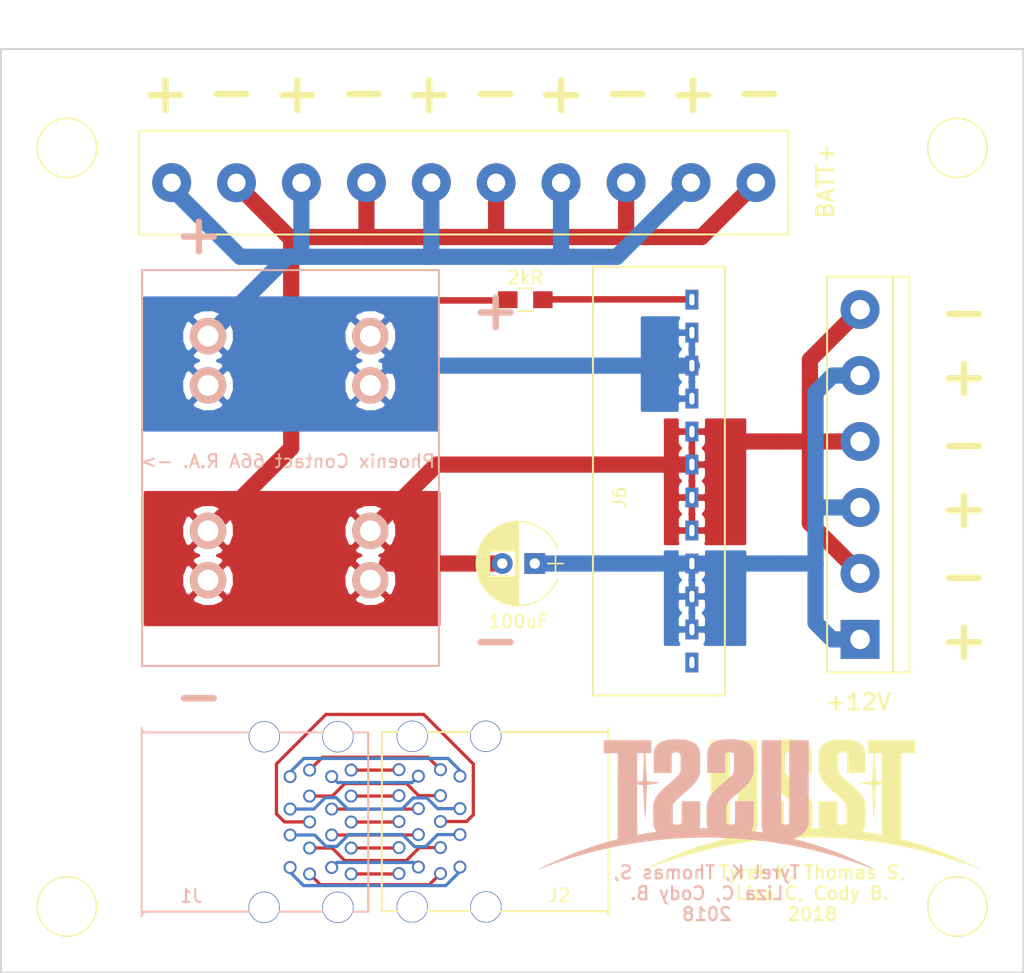
<source format=kicad_pcb>
(kicad_pcb (version 4) (host pcbnew 4.0.7)

  (general
    (links 53)
    (no_connects 0)
    (area 83.744999 59.62 162.635001 134.695001)
    (thickness 1.6)
    (drawings 26)
    (tracks 159)
    (zones 0)
    (modules 14)
    (nets 24)
  )

  (page A4)
  (layers
    (0 F.Cu signal)
    (31 B.Cu signal)
    (32 B.Adhes user)
    (33 F.Adhes user)
    (34 B.Paste user)
    (35 F.Paste user)
    (36 B.SilkS user)
    (37 F.SilkS user)
    (38 B.Mask user)
    (39 F.Mask user)
    (40 Dwgs.User user)
    (41 Cmts.User user)
    (42 Eco1.User user)
    (43 Eco2.User user)
    (44 Edge.Cuts user)
    (45 Margin user)
    (46 B.CrtYd user)
    (47 F.CrtYd user)
    (48 B.Fab user)
    (49 F.Fab user)
  )

  (setup
    (last_trace_width 0.25)
    (trace_clearance 0.2)
    (zone_clearance 0.508)
    (zone_45_only no)
    (trace_min 0.2)
    (segment_width 0.2)
    (edge_width 0.15)
    (via_size 0.6)
    (via_drill 0.4)
    (via_min_size 0.4)
    (via_min_drill 0.3)
    (uvia_size 0.3)
    (uvia_drill 0.1)
    (uvias_allowed no)
    (uvia_min_size 0.2)
    (uvia_min_drill 0.1)
    (pcb_text_width 0.3)
    (pcb_text_size 1.5 1.5)
    (mod_edge_width 0.15)
    (mod_text_size 1 1)
    (mod_text_width 0.15)
    (pad_size 3.2 3.2)
    (pad_drill 3.2)
    (pad_to_mask_clearance 0.2)
    (aux_axis_origin 0 0)
    (visible_elements 7FFFFFFF)
    (pcbplotparams
      (layerselection 0x010f0_80000001)
      (usegerberextensions false)
      (excludeedgelayer true)
      (linewidth 0.100000)
      (plotframeref false)
      (viasonmask false)
      (mode 1)
      (useauxorigin false)
      (hpglpennumber 1)
      (hpglpenspeed 20)
      (hpglpendiameter 15)
      (hpglpenoverlay 2)
      (psnegative false)
      (psa4output false)
      (plotreference true)
      (plotvalue true)
      (plotinvisibletext false)
      (padsonsilk false)
      (subtractmaskfromsilk true)
      (outputformat 1)
      (mirror false)
      (drillshape 0)
      (scaleselection 1)
      (outputdirectory GERBERS/))
  )

  (net 0 "")
  (net 1 +12V)
  (net 2 GND)
  (net 3 "Net-(J1-Pad4)")
  (net 4 "Net-(J1-Pad1)")
  (net 5 "Net-(J1-Pad2)")
  (net 6 "Net-(J1-Pad3)")
  (net 7 "Net-(J1-Pad5)")
  (net 8 "Net-(J1-Pad6)")
  (net 9 "Net-(J1-Pad7)")
  (net 10 "Net-(J1-Pad8)")
  (net 11 "Net-(J1-Pad9)")
  (net 12 "Net-(J1-Pad10)")
  (net 13 "Net-(J1-Pad11)")
  (net 14 "Net-(J1-Pad12)")
  (net 15 "Net-(J1-Pad13)")
  (net 16 "Net-(J1-Pad14)")
  (net 17 "Net-(J1-Pad15)")
  (net 18 "Net-(J1-Pad16)")
  (net 19 "Net-(J1-Pad17)")
  (net 20 "Net-(J1-Pad18)")
  (net 21 BATT+)
  (net 22 "Net-(J6-Pad1)")
  (net 23 "Net-(J6-Pad12)")

  (net_class Default "This is the default net class."
    (clearance 0.2)
    (trace_width 0.25)
    (via_dia 0.6)
    (via_drill 0.4)
    (uvia_dia 0.3)
    (uvia_drill 0.1)
    (add_net +12V)
    (add_net BATT+)
    (add_net GND)
    (add_net "Net-(J1-Pad1)")
    (add_net "Net-(J1-Pad10)")
    (add_net "Net-(J1-Pad11)")
    (add_net "Net-(J1-Pad12)")
    (add_net "Net-(J1-Pad13)")
    (add_net "Net-(J1-Pad14)")
    (add_net "Net-(J1-Pad15)")
    (add_net "Net-(J1-Pad16)")
    (add_net "Net-(J1-Pad17)")
    (add_net "Net-(J1-Pad18)")
    (add_net "Net-(J1-Pad2)")
    (add_net "Net-(J1-Pad3)")
    (add_net "Net-(J1-Pad4)")
    (add_net "Net-(J1-Pad5)")
    (add_net "Net-(J1-Pad6)")
    (add_net "Net-(J1-Pad7)")
    (add_net "Net-(J1-Pad8)")
    (add_net "Net-(J1-Pad9)")
    (add_net "Net-(J6-Pad1)")
    (add_net "Net-(J6-Pad12)")
  )

  (module Connect:1pin (layer F.Cu) (tedit 5AFBF8F4) (tstamp 5AFBFBB6)
    (at 88.9 129.54)
    (descr "module 1 pin (ou trou mecanique de percage)")
    (tags DEV)
    (fp_text reference REF** (at 0 -3.048) (layer F.SilkS) hide
      (effects (font (size 1 1) (thickness 0.15)))
    )
    (fp_text value 1pin (at 0 3) (layer F.Fab) hide
      (effects (font (size 1 1) (thickness 0.15)))
    )
    (fp_circle (center 0 0) (end 2 0.8) (layer F.Fab) (width 0.1))
    (fp_circle (center 0 0) (end 2.6 0) (layer F.CrtYd) (width 0.05))
    (fp_circle (center 0 0) (end 0 -2.286) (layer F.SilkS) (width 0.12))
    (pad "" np_thru_hole circle (at 0 0) (size 3.2 3.2) (drill 3.2) (layers *.Cu *.Mask))
  )

  (module Connect:1pin (layer F.Cu) (tedit 5AFBF8F4) (tstamp 5AFBFBAF)
    (at 88.9 71.12)
    (descr "module 1 pin (ou trou mecanique de percage)")
    (tags DEV)
    (fp_text reference REF** (at 0 -3.048) (layer F.SilkS) hide
      (effects (font (size 1 1) (thickness 0.15)))
    )
    (fp_text value 1pin (at 0 3) (layer F.Fab) hide
      (effects (font (size 1 1) (thickness 0.15)))
    )
    (fp_circle (center 0 0) (end 2 0.8) (layer F.Fab) (width 0.1))
    (fp_circle (center 0 0) (end 2.6 0) (layer F.CrtYd) (width 0.05))
    (fp_circle (center 0 0) (end 0 -2.286) (layer F.SilkS) (width 0.12))
    (pad "" np_thru_hole circle (at 0 0) (size 3.2 3.2) (drill 3.2) (layers *.Cu *.Mask))
  )

  (module Connect:1pin (layer F.Cu) (tedit 5AFBF8F4) (tstamp 5AFBFBA2)
    (at 157.48 129.54)
    (descr "module 1 pin (ou trou mecanique de percage)")
    (tags DEV)
    (fp_text reference REF** (at 0 -3.048) (layer F.SilkS) hide
      (effects (font (size 1 1) (thickness 0.15)))
    )
    (fp_text value 1pin (at 0 3) (layer F.Fab) hide
      (effects (font (size 1 1) (thickness 0.15)))
    )
    (fp_circle (center 0 0) (end 2 0.8) (layer F.Fab) (width 0.1))
    (fp_circle (center 0 0) (end 2.6 0) (layer F.CrtYd) (width 0.05))
    (fp_circle (center 0 0) (end 0 -2.286) (layer F.SilkS) (width 0.12))
    (pad "" np_thru_hole circle (at 0 0) (size 3.2 3.2) (drill 3.2) (layers *.Cu *.Mask))
  )

  (module USST-footprints:USSTLOGO (layer F.Cu) (tedit 0) (tstamp 5AFBFB47)
    (at 146.304 121.666)
    (fp_text reference G*** (at 0 0) (layer F.SilkS) hide
      (effects (font (thickness 0.3)))
    )
    (fp_text value LOGO (at 0.75 0) (layer F.SilkS) hide
      (effects (font (thickness 0.3)))
    )
    (fp_poly (pts (xy -1.680139 -5.000082) (xy -1.530762 -4.995802) (xy -1.401803 -4.989459) (xy -1.288325 -4.980504)
      (xy -1.185391 -4.96839) (xy -1.088066 -4.95257) (xy -0.991412 -4.932497) (xy -0.923927 -4.916233)
      (xy -0.745662 -4.8619) (xy -0.588671 -4.794124) (xy -0.452417 -4.712482) (xy -0.336366 -4.616548)
      (xy -0.239981 -4.505899) (xy -0.162726 -4.38011) (xy -0.118139 -4.278581) (xy -0.102607 -4.236102)
      (xy -0.089222 -4.195901) (xy -0.077824 -4.155776) (xy -0.068256 -4.113524) (xy -0.060357 -4.066946)
      (xy -0.053969 -4.013839) (xy -0.048933 -3.952003) (xy -0.045089 -3.879235) (xy -0.042278 -3.793335)
      (xy -0.040342 -3.6921) (xy -0.039121 -3.573331) (xy -0.038456 -3.434824) (xy -0.038188 -3.274379)
      (xy -0.038152 -3.171825) (xy -0.0381 -2.413) (xy -1.4097 -2.413) (xy -1.4097 -3.12151)
      (xy -1.409701 -3.830019) (xy -1.438275 -3.886685) (xy -1.478064 -3.937873) (xy -1.538261 -3.975871)
      (xy -1.617309 -4.000241) (xy -1.713651 -4.010549) (xy -1.825729 -4.006356) (xy -1.854178 -4.00322)
      (xy -1.933606 -3.990026) (xy -1.992651 -3.971368) (xy -2.036135 -3.944932) (xy -2.068879 -3.908406)
      (xy -2.07645 -3.896603) (xy -2.082163 -3.886298) (xy -2.086948 -3.874503) (xy -2.090889 -3.859014)
      (xy -2.094067 -3.837628) (xy -2.096564 -3.808143) (xy -2.098461 -3.768356) (xy -2.099842 -3.716064)
      (xy -2.100787 -3.649064) (xy -2.101378 -3.565154) (xy -2.101698 -3.46213) (xy -2.101828 -3.337789)
      (xy -2.10185 -3.2131) (xy -2.101814 -3.060709) (xy -2.101544 -2.931381) (xy -2.100801 -2.822783)
      (xy -2.099346 -2.732577) (xy -2.096941 -2.658429) (xy -2.093345 -2.598003) (xy -2.088319 -2.548963)
      (xy -2.081624 -2.508973) (xy -2.07302 -2.475698) (xy -2.06227 -2.446803) (xy -2.049132 -2.419951)
      (xy -2.033368 -2.392807) (xy -2.014761 -2.363071) (xy -1.992261 -2.328751) (xy -1.968076 -2.294919)
      (xy -1.940733 -2.260155) (xy -1.908758 -2.223041) (xy -1.870679 -2.182155) (xy -1.825021 -2.136078)
      (xy -1.770313 -2.083391) (xy -1.70508 -2.022672) (xy -1.627849 -1.952504) (xy -1.537147 -1.871466)
      (xy -1.431502 -1.778137) (xy -1.309439 -1.671099) (xy -1.17475 -1.553521) (xy -1.003105 -1.402148)
      (xy -0.8508 -1.263913) (xy -0.716436 -1.137289) (xy -0.598615 -1.02075) (xy -0.495939 -0.912768)
      (xy -0.407009 -0.811816) (xy -0.330427 -0.716367) (xy -0.264794 -0.624893) (xy -0.208711 -0.535869)
      (xy -0.160781 -0.447767) (xy -0.159144 -0.4445) (xy -0.124573 -0.371576) (xy -0.094663 -0.299295)
      (xy -0.069134 -0.225341) (xy -0.047704 -0.1474) (xy -0.030093 -0.063158) (xy -0.016022 0.029702)
      (xy -0.005209 0.133493) (xy 0.002626 0.250531) (xy 0.007763 0.38313) (xy 0.010484 0.533606)
      (xy 0.011067 0.704273) (xy 0.009795 0.897445) (xy 0.009268 0.945462) (xy 0.007253 1.095539)
      (xy 0.004849 1.223028) (xy 0.001831 1.330744) (xy -0.002024 1.4215) (xy -0.006942 1.498108)
      (xy -0.013147 1.563381) (xy -0.020862 1.620132) (xy -0.030313 1.671175) (xy -0.041722 1.719322)
      (xy -0.055316 1.767385) (xy -0.056607 1.77165) (xy -0.067595 1.809378) (xy -0.074657 1.836724)
      (xy -0.076063 1.844675) (xy -0.063956 1.847227) (xy -0.029778 1.84952) (xy 0.023143 1.85146)
      (xy 0.091478 1.85295) (xy 0.1719 1.853895) (xy 0.254855 1.8542) (xy 0.355112 1.854104)
      (xy 0.432752 1.85369) (xy 0.490556 1.852767) (xy 0.531309 1.851144) (xy 0.557791 1.84863)
      (xy 0.572786 1.845034) (xy 0.579077 1.840166) (xy 0.579444 1.833834) (xy 0.578929 1.831975)
      (xy 0.555048 1.745744) (xy 0.533101 1.648118) (xy 0.515797 1.55205) (xy 0.507855 1.49225)
      (xy 0.505703 1.459237) (xy 0.503666 1.403387) (xy 0.501778 1.327262) (xy 0.500075 1.233426)
      (xy 0.49859 1.124441) (xy 0.497358 1.002869) (xy 0.496414 0.871274) (xy 0.495791 0.732217)
      (xy 0.495525 0.588263) (xy 0.49552 0.574675) (xy 0.4953 -0.2286) (xy 1.929867 -0.2286)
      (xy 1.933308 0.606425) (xy 1.933925 0.77719) (xy 1.93443 0.924411) (xy 1.935066 1.04994)
      (xy 1.93608 1.15563) (xy 1.937715 1.243335) (xy 1.940216 1.314907) (xy 1.943827 1.372199)
      (xy 1.948795 1.417065) (xy 1.955362 1.451356) (xy 1.963774 1.476926) (xy 1.974276 1.495629)
      (xy 1.987112 1.509316) (xy 2.002527 1.519841) (xy 2.020766 1.529056) (xy 2.042072 1.538816)
      (xy 2.0574 1.546187) (xy 2.090169 1.561547) (xy 2.119606 1.571624) (xy 2.152487 1.577515)
      (xy 2.195589 1.580317) (xy 2.255688 1.581129) (xy 2.2733 1.58115) (xy 2.364316 1.578517)
      (xy 2.43542 1.569634) (xy 2.491645 1.553021) (xy 2.538028 1.527201) (xy 2.578935 1.491381)
      (xy 2.62255 1.446377) (xy 2.62255 0.10795) (xy 2.577034 0.0127) (xy 2.551322 -0.037263)
      (xy 2.521552 -0.086982) (xy 2.486263 -0.137955) (xy 2.443991 -0.191676) (xy 2.393273 -0.249643)
      (xy 2.332646 -0.313352) (xy 2.260647 -0.384298) (xy 2.175813 -0.463978) (xy 2.076681 -0.553888)
      (xy 1.961788 -0.655524) (xy 1.829672 -0.770382) (xy 1.714221 -0.869686) (xy 1.539288 -1.021341)
      (xy 1.384153 -1.159558) (xy 1.247745 -1.28538) (xy 1.128993 -1.399848) (xy 1.026828 -1.504007)
      (xy 0.940179 -1.598898) (xy 0.867975 -1.685564) (xy 0.8424 -1.718826) (xy 0.766521 -1.828231)
      (xy 0.695619 -1.945865) (xy 0.633673 -2.064415) (xy 0.584659 -2.176566) (xy 0.567359 -2.22457)
      (xy 0.554181 -2.265641) (xy 0.542886 -2.304862) (xy 0.533331 -2.344502) (xy 0.525372 -2.386832)
      (xy 0.518868 -2.434122) (xy 0.513676 -2.488644) (xy 0.509653 -2.552666) (xy 0.506656 -2.628461)
      (xy 0.504544 -2.718297) (xy 0.503173 -2.824446) (xy 0.502401 -2.949177) (xy 0.502086 -3.094762)
      (xy 0.502084 -3.263471) (xy 0.502084 -3.2639) (xy 0.502518 -3.99415) (xy 0.536193 -4.117643)
      (xy 0.59045 -4.273402) (xy 0.664036 -4.412911) (xy 0.757385 -4.536701) (xy 0.870929 -4.645299)
      (xy 1.005104 -4.739236) (xy 1.0795 -4.780581) (xy 1.172713 -4.824758) (xy 1.270262 -4.862935)
      (xy 1.376312 -4.896271) (xy 1.495026 -4.925925) (xy 1.630567 -4.953056) (xy 1.787099 -4.978823)
      (xy 1.79705 -4.980321) (xy 1.858858 -4.987024) (xy 1.941543 -4.992198) (xy 2.04063 -4.995872)
      (xy 2.151643 -4.998069) (xy 2.270105 -4.998817) (xy 2.391542 -4.998142) (xy 2.511478 -4.996069)
      (xy 2.625438 -4.992625) (xy 2.728946 -4.987836) (xy 2.817525 -4.981727) (xy 2.886702 -4.974325)
      (xy 2.88925 -4.973967) (xy 3.097636 -4.93713) (xy 3.283829 -4.88884) (xy 3.448514 -4.828679)
      (xy 3.592377 -4.756228) (xy 3.716104 -4.671065) (xy 3.82038 -4.572773) (xy 3.90589 -4.460931)
      (xy 3.973321 -4.33512) (xy 3.987149 -4.302151) (xy 4.002815 -4.262527) (xy 4.016325 -4.22653)
      (xy 4.027852 -4.191997) (xy 4.037568 -4.156764) (xy 4.045643 -4.118665) (xy 4.05225 -4.075537)
      (xy 4.05756 -4.025215) (xy 4.061745 -3.965535) (xy 4.064977 -3.894333) (xy 4.067427 -3.809445)
      (xy 4.069267 -3.708707) (xy 4.070669 -3.589953) (xy 4.071805 -3.45102) (xy 4.072845 -3.289744)
      (xy 4.073286 -3.216276) (xy 4.078087 -2.413001) (xy 3.391593 -2.413001) (xy 2.7051 -2.413)
      (xy 2.7051 -3.120191) (xy 2.705075 -3.272214) (xy 2.704951 -3.400957) (xy 2.704657 -3.508542)
      (xy 2.704117 -3.597087) (xy 2.703259 -3.668715) (xy 2.702009 -3.725545) (xy 2.700295 -3.769698)
      (xy 2.698043 -3.803294) (xy 2.69518 -3.828454) (xy 2.691633 -3.847299) (xy 2.687328 -3.861948)
      (xy 2.682193 -3.874522) (xy 2.678798 -3.881712) (xy 2.648698 -3.928094) (xy 2.607303 -3.961757)
      (xy 2.550137 -3.985259) (xy 2.472723 -4.00116) (xy 2.46887 -4.001713) (xy 2.351425 -4.010701)
      (xy 2.244602 -4.003606) (xy 2.15261 -3.980812) (xy 2.127639 -3.970563) (xy 2.103199 -3.959633)
      (xy 2.082494 -3.949645) (xy 2.065217 -3.938521) (xy 2.051058 -3.924186) (xy 2.039707 -3.904563)
      (xy 2.030857 -3.877577) (xy 2.024197 -3.841151) (xy 2.019418 -3.79321) (xy 2.016211 -3.731676)
      (xy 2.014267 -3.654475) (xy 2.013277 -3.559529) (xy 2.012932 -3.444763) (xy 2.012922 -3.308101)
      (xy 2.01295 -3.2004) (xy 2.012967 -3.054825) (xy 2.01308 -2.932382) (xy 2.013378 -2.830801)
      (xy 2.013953 -2.747815) (xy 2.014894 -2.681155) (xy 2.016293 -2.628552) (xy 2.018239 -2.587737)
      (xy 2.020823 -2.556443) (xy 2.024135 -2.532401) (xy 2.028267 -2.513342) (xy 2.033308 -2.496997)
      (xy 2.039348 -2.481099) (xy 2.041883 -2.474807) (xy 2.064006 -2.4285) (xy 2.095261 -2.37334)
      (xy 2.129239 -2.320564) (xy 2.132394 -2.316057) (xy 2.152658 -2.287761) (xy 2.17275 -2.260956)
      (xy 2.194046 -2.234355) (xy 2.217926 -2.206668) (xy 2.245769 -2.176605) (xy 2.278953 -2.142877)
      (xy 2.318857 -2.104195) (xy 2.36686 -2.05927) (xy 2.42434 -2.006812) (xy 2.492677 -1.945533)
      (xy 2.573248 -1.874142) (xy 2.667432 -1.79135) (xy 2.776609 -1.695869) (xy 2.902156 -1.586409)
      (xy 3.045453 -1.461681) (xy 3.053644 -1.454555) (xy 3.128331 -1.3882) (xy 3.213803 -1.310008)
      (xy 3.30319 -1.226405) (xy 3.389625 -1.143816) (xy 3.466238 -1.068667) (xy 3.467702 -1.067205)
      (xy 3.608431 -0.920939) (xy 3.728201 -0.783498) (xy 3.82864 -0.652092) (xy 3.911376 -0.52393)
      (xy 3.97804 -0.396221) (xy 4.030259 -0.266174) (xy 4.069663 -0.130999) (xy 4.09788 0.012096)
      (xy 4.097974 0.0127) (xy 4.1033 0.049645) (xy 4.107748 0.088106) (xy 4.111397 0.130679)
      (xy 4.114322 0.17996) (xy 4.1166 0.238544) (xy 4.118308 0.309028) (xy 4.119521 0.394005)
      (xy 4.120316 0.496073) (xy 4.12077 0.617827) (xy 4.120958 0.761863) (xy 4.120971 0.79375)
      (xy 4.120825 0.9579) (xy 4.120179 1.099079) (xy 4.118869 1.219711) (xy 4.116732 1.322223)
      (xy 4.113605 1.409041) (xy 4.109325 1.482589) (xy 4.103728 1.545295) (xy 4.096651 1.599583)
      (xy 4.087931 1.64788) (xy 4.077404 1.692611) (xy 4.064908 1.736202) (xy 4.055578 1.7653)
      (xy 4.005704 1.887959) (xy 3.936016 2.012596) (xy 3.908183 2.055117) (xy 3.888122 2.0865)
      (xy 3.876605 2.107988) (xy 3.87545 2.113537) (xy 3.888735 2.116239) (xy 3.923613 2.121889)
      (xy 3.976519 2.12995) (xy 4.043889 2.139885) (xy 4.122155 2.151156) (xy 4.17195 2.158209)
      (xy 4.260159 2.171103) (xy 4.367244 2.187525) (xy 4.487084 2.206492) (xy 4.613558 2.227017)
      (xy 4.740545 2.248117) (xy 4.861925 2.268806) (xy 4.894204 2.274414) (xy 4.996049 2.292105)
      (xy 5.0903 2.308312) (xy 5.173944 2.322529) (xy 5.24397 2.334251) (xy 5.297364 2.342973)
      (xy 5.331115 2.348189) (xy 5.341879 2.3495) (xy 5.344261 2.346482) (xy 5.346425 2.336689)
      (xy 5.348379 2.319015) (xy 5.350135 2.29235) (xy 5.351701 2.255588) (xy 5.353088 2.20762)
      (xy 5.354306 2.147339) (xy 5.355365 2.073637) (xy 5.356275 1.985407) (xy 5.357045 1.88154)
      (xy 5.357686 1.760929) (xy 5.358209 1.622466) (xy 5.358622 1.465043) (xy 5.358935 1.287553)
      (xy 5.35916 1.088888) (xy 5.359305 0.867939) (xy 5.359382 0.623601) (xy 5.3594 0.406717)
      (xy 5.359399 -1.536065) (xy 5.324475 -1.530445) (xy 5.299623 -1.52702) (xy 5.255079 -1.521429)
      (xy 5.196392 -1.514349) (xy 5.12911 -1.506456) (xy 5.102429 -1.503383) (xy 4.915308 -1.481941)
      (xy 4.909019 -1.442646) (xy 4.907203 -1.423512) (xy 4.904033 -1.381215) (xy 4.89965 -1.317946)
      (xy 4.894195 -1.235897) (xy 4.887809 -1.137261) (xy 4.880633 -1.024231) (xy 4.872809 -0.898997)
      (xy 4.864477 -0.763752) (xy 4.85578 -0.620689) (xy 4.851289 -0.5461) (xy 4.835713 -0.288127)
      (xy 4.821423 -0.054844) (xy 4.808372 0.154423) (xy 4.796512 0.34035) (xy 4.785796 0.50361)
      (xy 4.776176 0.64488) (xy 4.767604 0.764833) (xy 4.760033 0.864144) (xy 4.753416 0.943489)
      (xy 4.747706 1.003541) (xy 4.742854 1.044975) (xy 4.738813 1.068467) (xy 4.737345 1.07315)
      (xy 4.73042 1.083514) (xy 4.726646 1.073182) (xy 4.725136 1.0414) (xy 4.724043 1.009102)
      (xy 4.721669 0.957288) (xy 4.718306 0.891791) (xy 4.71425 0.818446) (xy 4.711701 0.7747)
      (xy 4.708495 0.71727) (xy 4.704224 0.635005) (xy 4.698912 0.528448) (xy 4.692586 0.39814)
      (xy 4.68527 0.244623) (xy 4.67699 0.068439) (xy 4.667771 -0.129871) (xy 4.657638 -0.349763)
      (xy 4.646618 -0.590698) (xy 4.634735 -0.852131) (xy 4.622015 -1.133523) (xy 4.614683 -1.296333)
      (xy 4.606358 -1.481416) (xy 4.122454 -1.561894) (xy 4.014623 -1.579993) (xy 3.91466 -1.597089)
      (xy 3.825339 -1.612685) (xy 3.749432 -1.626282) (xy 3.68971 -1.637382) (xy 3.648948 -1.645488)
      (xy 3.629917 -1.6501) (xy 3.628955 -1.650566) (xy 3.638098 -1.654511) (xy 3.669883 -1.660909)
      (xy 3.721709 -1.669405) (xy 3.790975 -1.679647) (xy 3.875077 -1.69128) (xy 3.971415 -1.703951)
      (xy 4.077386 -1.717307) (xy 4.190388 -1.730995) (xy 4.307821 -1.74466) (xy 4.386395 -1.753484)
      (xy 4.457313 -1.761607) (xy 4.518998 -1.769199) (xy 4.567202 -1.775695) (xy 4.59768 -1.780529)
      (xy 4.606404 -1.782772) (xy 4.608232 -1.79617) (xy 4.611348 -1.832478) (xy 4.615589 -1.889244)
      (xy 4.620787 -1.964019) (xy 4.626779 -2.054353) (xy 4.633397 -2.157796) (xy 4.640477 -2.271899)
      (xy 4.647853 -2.394212) (xy 4.648892 -2.411717) (xy 4.657341 -2.553741) (xy 4.666313 -2.703426)
      (xy 4.675499 -2.855721) (xy 4.684593 -3.005572) (xy 4.693287 -3.147926) (xy 4.701275 -3.277732)
      (xy 4.70825 -3.389937) (xy 4.711458 -3.440975) (xy 4.717758 -3.542085) (xy 4.723497 -3.636847)
      (xy 4.728477 -3.721803) (xy 4.732503 -3.793495) (xy 4.735377 -3.848464) (xy 4.736903 -3.883253)
      (xy 4.7371 -3.891926) (xy 4.7371 -3.937) (xy 4.822069 -3.937) (xy 4.830366 -3.711575)
      (xy 4.834288 -3.608499) (xy 4.838996 -3.490635) (xy 4.844358 -3.360853) (xy 4.850244 -3.22202)
      (xy 4.856523 -3.077004) (xy 4.863063 -2.928675) (xy 4.869735 -2.779899) (xy 4.876407 -2.633546)
      (xy 4.88295 -2.492484) (xy 4.889231 -2.35958) (xy 4.89512 -2.237704) (xy 4.900487 -2.129722)
      (xy 4.9052 -2.038504) (xy 4.909129 -1.966918) (xy 4.912144 -1.917832) (xy 4.912153 -1.9177)
      (xy 4.92125 -1.78435) (xy 5.11175 -1.750755) (xy 5.180426 -1.738881) (xy 5.242051 -1.728666)
      (xy 5.291437 -1.720937) (xy 5.323399 -1.716521) (xy 5.330825 -1.71583) (xy 5.3594 -1.7145)
      (xy 5.3594 -3.937) (xy 4.822069 -3.937) (xy 4.7371 -3.937) (xy 4.2672 -3.937)
      (xy 4.2672 -4.9276) (xy 7.9375 -4.9276) (xy 7.9375 -3.937276) (xy 6.86435 -3.93065)
      (xy 6.857952 2.691408) (xy 6.905601 2.703879) (xy 6.940431 2.712859) (xy 6.990526 2.725608)
      (xy 7.046507 2.739743) (xy 7.0612 2.743433) (xy 7.401891 2.832528) (xy 7.760247 2.933077)
      (xy 8.132022 3.043683) (xy 8.51297 3.162948) (xy 8.898847 3.289478) (xy 9.285406 3.421874)
      (xy 9.668403 3.558741) (xy 10.043593 3.698681) (xy 10.40673 3.840297) (xy 10.460211 3.861724)
      (xy 10.670554 3.947577) (xy 10.889766 4.039433) (xy 11.114547 4.13579) (xy 11.341595 4.235148)
      (xy 11.567612 4.336007) (xy 11.789296 4.436868) (xy 12.003346 4.536229) (xy 12.206463 4.632591)
      (xy 12.395346 4.724453) (xy 12.566694 4.810316) (xy 12.703294 4.881279) (xy 12.769659 4.917237)
      (xy 12.821403 4.946788) (xy 12.857021 4.968905) (xy 12.875012 4.982561) (xy 12.873873 4.986729)
      (xy 12.852101 4.980382) (xy 12.8436 4.977165) (xy 12.509475 4.849747) (xy 12.157445 4.720115)
      (xy 11.792345 4.589884) (xy 11.41901 4.460669) (xy 11.042276 4.334085) (xy 10.666976 4.211746)
      (xy 10.297946 4.095268) (xy 9.940021 3.986264) (xy 9.598035 3.886351) (xy 9.465951 3.849059)
      (xy 8.55639 3.608197) (xy 7.641365 3.392089) (xy 6.721292 3.20078) (xy 5.796583 3.034314)
      (xy 4.867652 2.892734) (xy 3.934913 2.776084) (xy 2.99878 2.684408) (xy 2.059666 2.617749)
      (xy 1.117984 2.576153) (xy 0.174149 2.559661) (xy -0.771426 2.568319) (xy -1.718328 2.602171)
      (xy -2.10185 2.623043) (xy -3.032834 2.691226) (xy -3.961916 2.784228) (xy -4.888026 2.901865)
      (xy -5.810095 3.043956) (xy -6.727055 3.210316) (xy -7.637835 3.400763) (xy -8.541368 3.615114)
      (xy -9.436583 3.853184) (xy -9.667965 3.91898) (xy -9.970154 4.007962) (xy -10.285233 4.104288)
      (xy -10.607892 4.206203) (xy -10.932822 4.311952) (xy -11.254714 4.419777) (xy -11.568259 4.527924)
      (xy -11.868146 4.634636) (xy -12.149068 4.738157) (xy -12.1793 4.749545) (xy -12.315434 4.800682)
      (xy -12.440868 4.84728) (xy -12.553898 4.888735) (xy -12.652817 4.92444) (xy -12.735921 4.953791)
      (xy -12.801505 4.976183) (xy -12.847864 4.991011) (xy -12.873293 4.99767) (xy -12.8778 4.997426)
      (xy -12.866657 4.988384) (xy -12.834676 4.96966) (xy -12.784034 4.942319) (xy -12.716908 4.907428)
      (xy -12.635473 4.866054) (xy -12.541905 4.819265) (xy -12.438381 4.768126) (xy -12.327076 4.713704)
      (xy -12.210167 4.657066) (xy -12.08983 4.59928) (xy -11.968241 4.54141) (xy -11.847576 4.484526)
      (xy -11.73001 4.429692) (xy -11.617721 4.377976) (xy -11.56748 4.355092) (xy -11.036945 4.121179)
      (xy -10.496583 3.896109) (xy -9.950016 3.681162) (xy -9.400866 3.477619) (xy -8.852753 3.28676)
      (xy -8.3093 3.109866) (xy -7.774128 2.948217) (xy -7.250858 2.803092) (xy -6.981825 2.733873)
      (xy -6.900345 2.713157) (xy -6.827763 2.69405) (xy -6.767493 2.677505) (xy -6.722948 2.664474)
      (xy -6.697543 2.655911) (xy -6.6929 2.653257) (xy -6.70401 2.645503) (xy -6.733577 2.632196)
      (xy -6.775954 2.6158) (xy -6.791325 2.610294) (xy -6.888929 2.572224) (xy -6.994879 2.524557)
      (xy -7.099904 2.471836) (xy -7.194731 2.418608) (xy -7.239 2.39088) (xy -7.386835 2.282701)
      (xy -7.512003 2.166601) (xy -7.616762 2.039555) (xy -7.70337 1.89854) (xy -7.774083 1.740532)
      (xy -7.815019 1.61925) (xy -7.841666 1.53035) (xy -7.845302 -1.698626) (xy -7.848938 -4.927601)
      (xy -7.105819 -4.927601) (xy -6.3627 -4.9276) (xy -6.360715 -4.181475) (xy -6.360501 -4.090083)
      (xy -6.360281 -3.975065) (xy -6.360055 -3.838192) (xy -6.359827 -3.68124) (xy -6.359597 -3.505981)
      (xy -6.359368 -3.314188) (xy -6.359141 -3.107636) (xy -6.358918 -2.888096) (xy -6.358701 -2.657343)
      (xy -6.358491 -2.41715) (xy -6.358291 -2.16929) (xy -6.358102 -1.915536) (xy -6.357925 -1.657662)
      (xy -6.357763 -1.397441) (xy -6.357617 -1.136646) (xy -6.35754 -0.98425) (xy -6.357367 -0.736386)
      (xy -6.357095 -0.495197) (xy -6.356729 -0.261923) (xy -6.356276 -0.037801) (xy -6.355742 0.175931)
      (xy -6.355131 0.378036) (xy -6.35445 0.567276) (xy -6.353705 0.742412) (xy -6.352901 0.902207)
      (xy -6.352045 1.045423) (xy -6.351142 1.170822) (xy -6.350197 1.277167) (xy -6.349217 1.363219)
      (xy -6.348207 1.427742) (xy -6.347174 1.469496) (xy -6.346122 1.487244) (xy -6.345988 1.487716)
      (xy -6.329632 1.503354) (xy -6.296949 1.523926) (xy -6.257088 1.543995) (xy -6.16259 1.574935)
      (xy -6.062372 1.587197) (xy -5.962431 1.581199) (xy -5.868766 1.557359) (xy -5.787375 1.516096)
      (xy -5.779706 1.510713) (xy -5.725381 1.47136) (xy -5.727822 -0.366045) (xy -5.728122 -0.610761)
      (xy -5.728391 -0.868037) (xy -5.728627 -1.134649) (xy -5.72883 -1.407373) (xy -5.728997 -1.682984)
      (xy -5.729129 -1.958257) (xy -5.729223 -2.229969) (xy -5.729279 -2.494895) (xy -5.729296 -2.749809)
      (xy -5.729272 -2.991488) (xy -5.729205 -3.216708) (xy -5.729096 -3.422244) (xy -5.728982 -3.565525)
      (xy -5.7277 -4.9276) (xy -4.228594 -4.9276) (xy -4.232655 -1.577975) (xy -4.233059 -1.229735)
      (xy -4.23341 -0.905955) (xy -4.233731 -0.605696) (xy -4.234043 -0.328018) (xy -4.234368 -0.071982)
      (xy -4.234729 0.163353) (xy -4.235147 0.378924) (xy -4.235645 0.575673) (xy -4.236244 0.754539)
      (xy -4.236966 0.916461) (xy -4.237833 1.062378) (xy -4.238867 1.193231) (xy -4.240091 1.309959)
      (xy -4.241526 1.413501) (xy -4.243194 1.504798) (xy -4.245118 1.584787) (xy -4.247318 1.654411)
      (xy -4.249818 1.714607) (xy -4.252639 1.766315) (xy -4.255802 1.810475) (xy -4.259331 1.848026)
      (xy -4.263247 1.879909) (xy -4.267572 1.907062) (xy -4.272328 1.930426) (xy -4.277537 1.950939)
      (xy -4.283221 1.969541) (xy -4.289402 1.987172) (xy -4.296101 2.004772) (xy -4.303342 2.023279)
      (xy -4.311146 2.043635) (xy -4.317806 2.061874) (xy -4.334432 2.111282) (xy -4.346129 2.15119)
      (xy -4.351343 2.175986) (xy -4.35089 2.181143) (xy -4.337072 2.181141) (xy -4.301264 2.177839)
      (xy -4.246606 2.171618) (xy -4.17624 2.162861) (xy -4.093307 2.151949) (xy -4.000949 2.139265)
      (xy -3.965898 2.134324) (xy -3.865648 2.120297) (xy -3.768978 2.107145) (xy -3.680036 2.095402)
      (xy -3.602967 2.085606) (xy -3.541918 2.078291) (xy -3.501034 2.073994) (xy -3.495675 2.073546)
      (xy -3.451038 2.069126) (xy -3.418347 2.064035) (xy -3.403895 2.059287) (xy -3.403684 2.058741)
      (xy -3.410244 2.044129) (xy -3.426273 2.018123) (xy -3.429756 2.01295) (xy -3.472361 1.941869)
      (xy -3.514068 1.857352) (xy -3.54953 1.770969) (xy -3.568727 1.712226) (xy -3.57836 1.674058)
      (xy -3.58673 1.631843) (xy -3.593919 1.583657) (xy -3.600011 1.52758) (xy -3.605089 1.461688)
      (xy -3.609235 1.384058) (xy -3.612533 1.292767) (xy -3.615066 1.185894) (xy -3.616916 1.061516)
      (xy -3.618167 0.917709) (xy -3.618901 0.752551) (xy -3.619202 0.564121) (xy -3.619212 0.542925)
      (xy -3.6195 -0.2286) (xy -2.1844 -0.2286) (xy -2.1844 0.584607) (xy -2.18431 0.754759)
      (xy -2.184015 0.901246) (xy -2.183479 1.025803) (xy -2.182669 1.130163) (xy -2.181549 1.216062)
      (xy -2.180083 1.285234) (xy -2.178237 1.339413) (xy -2.175976 1.380334) (xy -2.173263 1.409731)
      (xy -2.170065 1.429339) (xy -2.167077 1.439275) (xy -2.130036 1.495629) (xy -2.072141 1.539124)
      (xy -1.994804 1.569129) (xy -1.899435 1.58501) (xy -1.836854 1.5875) (xy -1.733695 1.580466)
      (xy -1.645622 1.560009) (xy -1.574819 1.527092) (xy -1.523476 1.482681) (xy -1.497188 1.437735)
      (xy -1.494956 1.419422) (xy -1.492883 1.378289) (xy -1.491014 1.316917) (xy -1.489391 1.237886)
      (xy -1.488057 1.143778) (xy -1.487055 1.037171) (xy -1.48643 0.920647) (xy -1.486224 0.796786)
      (xy -1.486228 0.783398) (xy -1.48633 0.641201) (xy -1.486538 0.522027) (xy -1.486948 0.423497)
      (xy -1.487656 0.343233) (xy -1.48876 0.278859) (xy -1.490356 0.227996) (xy -1.49254 0.188266)
      (xy -1.495408 0.157291) (xy -1.499057 0.132694) (xy -1.503584 0.112097) (xy -1.509085 0.093123)
      (xy -1.514949 0.075465) (xy -1.535367 0.022027) (xy -1.560596 -0.030954) (xy -1.591961 -0.084883)
      (xy -1.630788 -0.141161) (xy -1.678402 -0.201193) (xy -1.736129 -0.266383) (xy -1.805294 -0.338132)
      (xy -1.887224 -0.417845) (xy -1.983244 -0.506925) (xy -2.094679 -0.606776) (xy -2.222855 -0.7188)
      (xy -2.369098 -0.844402) (xy -2.444326 -0.908418) (xy -2.613386 -1.053752) (xy -2.763035 -1.186498)
      (xy -2.894847 -1.308384) (xy -3.010392 -1.421137) (xy -3.111245 -1.526482) (xy -3.198977 -1.626148)
      (xy -3.27516 -1.72186) (xy -3.341367 -1.815347) (xy -3.39917 -1.908334) (xy -3.450141 -2.002548)
      (xy -3.461589 -2.02565) (xy -3.497074 -2.100145) (xy -3.525816 -2.165762) (xy -3.548645 -2.226641)
      (xy -3.56639 -2.286917) (xy -3.579879 -2.350729) (xy -3.589941 -2.422214) (xy -3.597406 -2.505511)
      (xy -3.603101 -2.604755) (xy -3.607857 -2.724086) (xy -3.609152 -2.76225) (xy -3.612123 -2.873333)
      (xy -3.614399 -3.002405) (xy -3.615924 -3.142065) (xy -3.616641 -3.284912) (xy -3.616494 -3.423543)
      (xy -3.615426 -3.550556) (xy -3.615266 -3.56235) (xy -3.613032 -3.697277) (xy -3.610134 -3.810135)
      (xy -3.606067 -3.904258) (xy -3.600324 -3.982977) (xy -3.592398 -4.049624) (xy -3.581782 -4.10753)
      (xy -3.567969 -4.160028) (xy -3.550454 -4.210449) (xy -3.528729 -4.262126) (xy -3.502288 -4.318389)
      (xy -3.499387 -4.32435) (xy -3.429536 -4.446334) (xy -3.34531 -4.55365) (xy -3.24475 -4.647835)
      (xy -3.125899 -4.730425) (xy -2.986803 -4.802958) (xy -2.825503 -4.86697) (xy -2.795541 -4.87718)
      (xy -2.66057 -4.917261) (xy -2.519191 -4.949151) (xy -2.368186 -4.973204) (xy -2.204339 -4.989776)
      (xy -2.024434 -4.999219) (xy -1.825254 -5.00189) (xy -1.680139 -5.000082)) (layer F.SilkS) (width 0.01))
  )

  (module Capacitors_ThroughHole:CP_Radial_D6.3mm_P2.50mm (layer F.Cu) (tedit 5AFBF3B9) (tstamp 5AFBE8B1)
    (at 124.928 103.124 180)
    (descr "CP, Radial series, Radial, pin pitch=2.50mm, , diameter=6.3mm, Electrolytic Capacitor")
    (tags "CP Radial series Radial pin pitch 2.50mm  diameter 6.3mm Electrolytic Capacitor")
    (path /5AFBB341)
    (fp_text reference 100uF (at 1.25 -4.46 180) (layer F.SilkS)
      (effects (font (size 1 1) (thickness 0.15)))
    )
    (fp_text value 100uF (at 1.25 4.46 180) (layer F.Fab)
      (effects (font (size 1 1) (thickness 0.15)))
    )
    (fp_arc (start 1.25 0) (end -1.767482 -1.18) (angle 137.3) (layer F.SilkS) (width 0.12))
    (fp_arc (start 1.25 0) (end -1.767482 1.18) (angle -137.3) (layer F.SilkS) (width 0.12))
    (fp_arc (start 1.25 0) (end 4.267482 -1.18) (angle 42.7) (layer F.SilkS) (width 0.12))
    (fp_circle (center 1.25 0) (end 4.4 0) (layer F.Fab) (width 0.1))
    (fp_line (start -2.2 0) (end -1 0) (layer F.Fab) (width 0.1))
    (fp_line (start -1.6 -0.65) (end -1.6 0.65) (layer F.Fab) (width 0.1))
    (fp_line (start 1.25 -3.2) (end 1.25 3.2) (layer F.SilkS) (width 0.12))
    (fp_line (start 1.29 -3.2) (end 1.29 3.2) (layer F.SilkS) (width 0.12))
    (fp_line (start 1.33 -3.2) (end 1.33 3.2) (layer F.SilkS) (width 0.12))
    (fp_line (start 1.37 -3.198) (end 1.37 3.198) (layer F.SilkS) (width 0.12))
    (fp_line (start 1.41 -3.197) (end 1.41 3.197) (layer F.SilkS) (width 0.12))
    (fp_line (start 1.45 -3.194) (end 1.45 3.194) (layer F.SilkS) (width 0.12))
    (fp_line (start 1.49 -3.192) (end 1.49 3.192) (layer F.SilkS) (width 0.12))
    (fp_line (start 1.53 -3.188) (end 1.53 -0.98) (layer F.SilkS) (width 0.12))
    (fp_line (start 1.53 0.98) (end 1.53 3.188) (layer F.SilkS) (width 0.12))
    (fp_line (start 1.57 -3.185) (end 1.57 -0.98) (layer F.SilkS) (width 0.12))
    (fp_line (start 1.57 0.98) (end 1.57 3.185) (layer F.SilkS) (width 0.12))
    (fp_line (start 1.61 -3.18) (end 1.61 -0.98) (layer F.SilkS) (width 0.12))
    (fp_line (start 1.61 0.98) (end 1.61 3.18) (layer F.SilkS) (width 0.12))
    (fp_line (start 1.65 -3.176) (end 1.65 -0.98) (layer F.SilkS) (width 0.12))
    (fp_line (start 1.65 0.98) (end 1.65 3.176) (layer F.SilkS) (width 0.12))
    (fp_line (start 1.69 -3.17) (end 1.69 -0.98) (layer F.SilkS) (width 0.12))
    (fp_line (start 1.69 0.98) (end 1.69 3.17) (layer F.SilkS) (width 0.12))
    (fp_line (start 1.73 -3.165) (end 1.73 -0.98) (layer F.SilkS) (width 0.12))
    (fp_line (start 1.73 0.98) (end 1.73 3.165) (layer F.SilkS) (width 0.12))
    (fp_line (start 1.77 -3.158) (end 1.77 -0.98) (layer F.SilkS) (width 0.12))
    (fp_line (start 1.77 0.98) (end 1.77 3.158) (layer F.SilkS) (width 0.12))
    (fp_line (start 1.81 -3.152) (end 1.81 -0.98) (layer F.SilkS) (width 0.12))
    (fp_line (start 1.81 0.98) (end 1.81 3.152) (layer F.SilkS) (width 0.12))
    (fp_line (start 1.85 -3.144) (end 1.85 -0.98) (layer F.SilkS) (width 0.12))
    (fp_line (start 1.85 0.98) (end 1.85 3.144) (layer F.SilkS) (width 0.12))
    (fp_line (start 1.89 -3.137) (end 1.89 -0.98) (layer F.SilkS) (width 0.12))
    (fp_line (start 1.89 0.98) (end 1.89 3.137) (layer F.SilkS) (width 0.12))
    (fp_line (start 1.93 -3.128) (end 1.93 -0.98) (layer F.SilkS) (width 0.12))
    (fp_line (start 1.93 0.98) (end 1.93 3.128) (layer F.SilkS) (width 0.12))
    (fp_line (start 1.971 -3.119) (end 1.971 -0.98) (layer F.SilkS) (width 0.12))
    (fp_line (start 1.971 0.98) (end 1.971 3.119) (layer F.SilkS) (width 0.12))
    (fp_line (start 2.011 -3.11) (end 2.011 -0.98) (layer F.SilkS) (width 0.12))
    (fp_line (start 2.011 0.98) (end 2.011 3.11) (layer F.SilkS) (width 0.12))
    (fp_line (start 2.051 -3.1) (end 2.051 -0.98) (layer F.SilkS) (width 0.12))
    (fp_line (start 2.051 0.98) (end 2.051 3.1) (layer F.SilkS) (width 0.12))
    (fp_line (start 2.091 -3.09) (end 2.091 -0.98) (layer F.SilkS) (width 0.12))
    (fp_line (start 2.091 0.98) (end 2.091 3.09) (layer F.SilkS) (width 0.12))
    (fp_line (start 2.131 -3.079) (end 2.131 -0.98) (layer F.SilkS) (width 0.12))
    (fp_line (start 2.131 0.98) (end 2.131 3.079) (layer F.SilkS) (width 0.12))
    (fp_line (start 2.171 -3.067) (end 2.171 -0.98) (layer F.SilkS) (width 0.12))
    (fp_line (start 2.171 0.98) (end 2.171 3.067) (layer F.SilkS) (width 0.12))
    (fp_line (start 2.211 -3.055) (end 2.211 -0.98) (layer F.SilkS) (width 0.12))
    (fp_line (start 2.211 0.98) (end 2.211 3.055) (layer F.SilkS) (width 0.12))
    (fp_line (start 2.251 -3.042) (end 2.251 -0.98) (layer F.SilkS) (width 0.12))
    (fp_line (start 2.251 0.98) (end 2.251 3.042) (layer F.SilkS) (width 0.12))
    (fp_line (start 2.291 -3.029) (end 2.291 -0.98) (layer F.SilkS) (width 0.12))
    (fp_line (start 2.291 0.98) (end 2.291 3.029) (layer F.SilkS) (width 0.12))
    (fp_line (start 2.331 -3.015) (end 2.331 -0.98) (layer F.SilkS) (width 0.12))
    (fp_line (start 2.331 0.98) (end 2.331 3.015) (layer F.SilkS) (width 0.12))
    (fp_line (start 2.371 -3.001) (end 2.371 -0.98) (layer F.SilkS) (width 0.12))
    (fp_line (start 2.371 0.98) (end 2.371 3.001) (layer F.SilkS) (width 0.12))
    (fp_line (start 2.411 -2.986) (end 2.411 -0.98) (layer F.SilkS) (width 0.12))
    (fp_line (start 2.411 0.98) (end 2.411 2.986) (layer F.SilkS) (width 0.12))
    (fp_line (start 2.451 -2.97) (end 2.451 -0.98) (layer F.SilkS) (width 0.12))
    (fp_line (start 2.451 0.98) (end 2.451 2.97) (layer F.SilkS) (width 0.12))
    (fp_line (start 2.491 -2.954) (end 2.491 -0.98) (layer F.SilkS) (width 0.12))
    (fp_line (start 2.491 0.98) (end 2.491 2.954) (layer F.SilkS) (width 0.12))
    (fp_line (start 2.531 -2.937) (end 2.531 -0.98) (layer F.SilkS) (width 0.12))
    (fp_line (start 2.531 0.98) (end 2.531 2.937) (layer F.SilkS) (width 0.12))
    (fp_line (start 2.571 -2.919) (end 2.571 -0.98) (layer F.SilkS) (width 0.12))
    (fp_line (start 2.571 0.98) (end 2.571 2.919) (layer F.SilkS) (width 0.12))
    (fp_line (start 2.611 -2.901) (end 2.611 -0.98) (layer F.SilkS) (width 0.12))
    (fp_line (start 2.611 0.98) (end 2.611 2.901) (layer F.SilkS) (width 0.12))
    (fp_line (start 2.651 -2.882) (end 2.651 -0.98) (layer F.SilkS) (width 0.12))
    (fp_line (start 2.651 0.98) (end 2.651 2.882) (layer F.SilkS) (width 0.12))
    (fp_line (start 2.691 -2.863) (end 2.691 -0.98) (layer F.SilkS) (width 0.12))
    (fp_line (start 2.691 0.98) (end 2.691 2.863) (layer F.SilkS) (width 0.12))
    (fp_line (start 2.731 -2.843) (end 2.731 -0.98) (layer F.SilkS) (width 0.12))
    (fp_line (start 2.731 0.98) (end 2.731 2.843) (layer F.SilkS) (width 0.12))
    (fp_line (start 2.771 -2.822) (end 2.771 -0.98) (layer F.SilkS) (width 0.12))
    (fp_line (start 2.771 0.98) (end 2.771 2.822) (layer F.SilkS) (width 0.12))
    (fp_line (start 2.811 -2.8) (end 2.811 -0.98) (layer F.SilkS) (width 0.12))
    (fp_line (start 2.811 0.98) (end 2.811 2.8) (layer F.SilkS) (width 0.12))
    (fp_line (start 2.851 -2.778) (end 2.851 -0.98) (layer F.SilkS) (width 0.12))
    (fp_line (start 2.851 0.98) (end 2.851 2.778) (layer F.SilkS) (width 0.12))
    (fp_line (start 2.891 -2.755) (end 2.891 -0.98) (layer F.SilkS) (width 0.12))
    (fp_line (start 2.891 0.98) (end 2.891 2.755) (layer F.SilkS) (width 0.12))
    (fp_line (start 2.931 -2.731) (end 2.931 -0.98) (layer F.SilkS) (width 0.12))
    (fp_line (start 2.931 0.98) (end 2.931 2.731) (layer F.SilkS) (width 0.12))
    (fp_line (start 2.971 -2.706) (end 2.971 -0.98) (layer F.SilkS) (width 0.12))
    (fp_line (start 2.971 0.98) (end 2.971 2.706) (layer F.SilkS) (width 0.12))
    (fp_line (start 3.011 -2.681) (end 3.011 -0.98) (layer F.SilkS) (width 0.12))
    (fp_line (start 3.011 0.98) (end 3.011 2.681) (layer F.SilkS) (width 0.12))
    (fp_line (start 3.051 -2.654) (end 3.051 -0.98) (layer F.SilkS) (width 0.12))
    (fp_line (start 3.051 0.98) (end 3.051 2.654) (layer F.SilkS) (width 0.12))
    (fp_line (start 3.091 -2.627) (end 3.091 -0.98) (layer F.SilkS) (width 0.12))
    (fp_line (start 3.091 0.98) (end 3.091 2.627) (layer F.SilkS) (width 0.12))
    (fp_line (start 3.131 -2.599) (end 3.131 -0.98) (layer F.SilkS) (width 0.12))
    (fp_line (start 3.131 0.98) (end 3.131 2.599) (layer F.SilkS) (width 0.12))
    (fp_line (start 3.171 -2.57) (end 3.171 -0.98) (layer F.SilkS) (width 0.12))
    (fp_line (start 3.171 0.98) (end 3.171 2.57) (layer F.SilkS) (width 0.12))
    (fp_line (start 3.211 -2.54) (end 3.211 -0.98) (layer F.SilkS) (width 0.12))
    (fp_line (start 3.211 0.98) (end 3.211 2.54) (layer F.SilkS) (width 0.12))
    (fp_line (start 3.251 -2.51) (end 3.251 -0.98) (layer F.SilkS) (width 0.12))
    (fp_line (start 3.251 0.98) (end 3.251 2.51) (layer F.SilkS) (width 0.12))
    (fp_line (start 3.291 -2.478) (end 3.291 -0.98) (layer F.SilkS) (width 0.12))
    (fp_line (start 3.291 0.98) (end 3.291 2.478) (layer F.SilkS) (width 0.12))
    (fp_line (start 3.331 -2.445) (end 3.331 -0.98) (layer F.SilkS) (width 0.12))
    (fp_line (start 3.331 0.98) (end 3.331 2.445) (layer F.SilkS) (width 0.12))
    (fp_line (start 3.371 -2.411) (end 3.371 -0.98) (layer F.SilkS) (width 0.12))
    (fp_line (start 3.371 0.98) (end 3.371 2.411) (layer F.SilkS) (width 0.12))
    (fp_line (start 3.411 -2.375) (end 3.411 -0.98) (layer F.SilkS) (width 0.12))
    (fp_line (start 3.411 0.98) (end 3.411 2.375) (layer F.SilkS) (width 0.12))
    (fp_line (start 3.451 -2.339) (end 3.451 -0.98) (layer F.SilkS) (width 0.12))
    (fp_line (start 3.451 0.98) (end 3.451 2.339) (layer F.SilkS) (width 0.12))
    (fp_line (start 3.491 -2.301) (end 3.491 2.301) (layer F.SilkS) (width 0.12))
    (fp_line (start 3.531 -2.262) (end 3.531 2.262) (layer F.SilkS) (width 0.12))
    (fp_line (start 3.571 -2.222) (end 3.571 2.222) (layer F.SilkS) (width 0.12))
    (fp_line (start 3.611 -2.18) (end 3.611 2.18) (layer F.SilkS) (width 0.12))
    (fp_line (start 3.651 -2.137) (end 3.651 2.137) (layer F.SilkS) (width 0.12))
    (fp_line (start 3.691 -2.092) (end 3.691 2.092) (layer F.SilkS) (width 0.12))
    (fp_line (start 3.731 -2.045) (end 3.731 2.045) (layer F.SilkS) (width 0.12))
    (fp_line (start 3.771 -1.997) (end 3.771 1.997) (layer F.SilkS) (width 0.12))
    (fp_line (start 3.811 -1.946) (end 3.811 1.946) (layer F.SilkS) (width 0.12))
    (fp_line (start 3.851 -1.894) (end 3.851 1.894) (layer F.SilkS) (width 0.12))
    (fp_line (start 3.891 -1.839) (end 3.891 1.839) (layer F.SilkS) (width 0.12))
    (fp_line (start 3.931 -1.781) (end 3.931 1.781) (layer F.SilkS) (width 0.12))
    (fp_line (start 3.971 -1.721) (end 3.971 1.721) (layer F.SilkS) (width 0.12))
    (fp_line (start 4.011 -1.658) (end 4.011 1.658) (layer F.SilkS) (width 0.12))
    (fp_line (start 4.051 -1.591) (end 4.051 1.591) (layer F.SilkS) (width 0.12))
    (fp_line (start 4.091 -1.52) (end 4.091 1.52) (layer F.SilkS) (width 0.12))
    (fp_line (start 4.131 -1.445) (end 4.131 1.445) (layer F.SilkS) (width 0.12))
    (fp_line (start 4.171 -1.364) (end 4.171 1.364) (layer F.SilkS) (width 0.12))
    (fp_line (start 4.211 -1.278) (end 4.211 1.278) (layer F.SilkS) (width 0.12))
    (fp_line (start 4.251 -1.184) (end 4.251 1.184) (layer F.SilkS) (width 0.12))
    (fp_line (start 4.291 -1.081) (end 4.291 1.081) (layer F.SilkS) (width 0.12))
    (fp_line (start 4.331 -0.966) (end 4.331 0.966) (layer F.SilkS) (width 0.12))
    (fp_line (start 4.371 -0.834) (end 4.371 0.834) (layer F.SilkS) (width 0.12))
    (fp_line (start 4.411 -0.676) (end 4.411 0.676) (layer F.SilkS) (width 0.12))
    (fp_line (start 4.451 -0.468) (end 4.451 0.468) (layer F.SilkS) (width 0.12))
    (fp_line (start -2.2 0) (end -1 0) (layer F.SilkS) (width 0.12))
    (fp_line (start -1.6 -0.65) (end -1.6 0.65) (layer F.SilkS) (width 0.12))
    (fp_line (start -2.25 -3.5) (end -2.25 3.5) (layer F.CrtYd) (width 0.05))
    (fp_line (start -2.25 3.5) (end 4.75 3.5) (layer F.CrtYd) (width 0.05))
    (fp_line (start 4.75 3.5) (end 4.75 -3.5) (layer F.CrtYd) (width 0.05))
    (fp_line (start 4.75 -3.5) (end -2.25 -3.5) (layer F.CrtYd) (width 0.05))
    (fp_text user %R (at 1.25 0 180) (layer F.Fab)
      (effects (font (size 1 1) (thickness 0.15)))
    )
    (pad 1 thru_hole rect (at 0 0 180) (size 1.6 1.6) (drill 0.8) (layers *.Cu *.Mask)
      (net 1 +12V))
    (pad 2 thru_hole circle (at 2.5 0 180) (size 1.6 1.6) (drill 0.8) (layers *.Cu *.Mask)
      (net 2 GND))
    (model ${KISYS3DMOD}/Capacitors_THT.3dshapes/CP_Radial_D6.3mm_P2.50mm.wrl
      (at (xyz 0 0 0))
      (scale (xyz 1 1 1))
      (rotate (xyz 0 0 0))
    )
  )

  (module USST-footprints:USB-A_3.0_Stacked_WM10420-ND (layer B.Cu) (tedit 5ADD4E0F) (tstamp 5AFBE8D1)
    (at 108.589272 123.604668)
    (path /5AFBABC5)
    (fp_text reference J1 (at -10.14 5.12) (layer B.SilkS)
      (effects (font (size 1 1) (thickness 0.15)) (justify mirror))
    )
    (fp_text value "USB 3.0 A Stacked" (at -15.06 0.5 270) (layer B.Fab)
      (effects (font (size 1 1) (thickness 0.15)) (justify mirror))
    )
    (fp_arc (start -13.59 6.68) (end -13.6 6.33) (angle -90) (layer B.SilkS) (width 0.15))
    (fp_arc (start -13.6 -7.81) (end -13.94 -7.82) (angle -90) (layer B.SilkS) (width 0.15))
    (fp_line (start 3.51 -7.47) (end 3.52 6.33) (layer B.SilkS) (width 0.15))
    (fp_line (start 3.52 6.33) (end -13.94 6.33) (layer B.SilkS) (width 0.15))
    (fp_line (start -13.94 6.33) (end -13.94 -7.47) (layer B.SilkS) (width 0.15))
    (fp_line (start -13.94 -7.47) (end 3.52 -7.47) (layer B.SilkS) (width 0.15))
    (pad "" thru_hole circle (at -4.5 6) (size 2.4 2.4) (drill 2.3) (layers *.Cu *.Mask))
    (pad "" thru_hole circle (at 1.18 6) (size 2.4 2.4) (drill 2.3) (layers *.Cu *.Mask))
    (pad "" thru_hole circle (at 1.18 -7.14) (size 2.4 2.4) (drill 2.3) (layers *.Cu *.Mask))
    (pad "" thru_hole circle (at -4.49 -7.14) (size 2.4 2.4) (drill 2.3) (layers *.Cu *.Mask))
    (pad 4 thru_hole circle (at -2.5 -4.07) (size 1 1) (drill 0.7) (layers *.Cu *.Mask)
      (net 3 "Net-(J1-Pad4)"))
    (pad 1 thru_hole circle (at -2.5 2.93) (size 1 1) (drill 0.7) (layers *.Cu *.Mask)
      (net 4 "Net-(J1-Pad1)"))
    (pad 2 thru_hole circle (at -2.5 0.43) (size 1 1) (drill 0.7) (layers *.Cu *.Mask)
      (net 5 "Net-(J1-Pad2)"))
    (pad 3 thru_hole circle (at -2.5 -1.57) (size 1 1) (drill 0.7) (layers *.Cu *.Mask)
      (net 6 "Net-(J1-Pad3)"))
    (pad 5 thru_hole circle (at -1 -4.57) (size 1 1) (drill 0.7) (layers *.Cu *.Mask)
      (net 7 "Net-(J1-Pad5)"))
    (pad 6 thru_hole circle (at -1 -2.57) (size 1 1) (drill 0.7) (layers *.Cu *.Mask)
      (net 8 "Net-(J1-Pad6)"))
    (pad 7 thru_hole circle (at -1 -0.58) (size 1 1) (drill 0.7) (layers *.Cu *.Mask)
      (net 9 "Net-(J1-Pad7)"))
    (pad 8 thru_hole circle (at -1 1.43) (size 1 1) (drill 0.7) (layers *.Cu *.Mask)
      (net 10 "Net-(J1-Pad8)"))
    (pad 9 thru_hole circle (at -1 3.43) (size 1 1) (drill 0.7) (layers *.Cu *.Mask)
      (net 11 "Net-(J1-Pad9)"))
    (pad 10 thru_hole circle (at 0.7 2.93) (size 1 1) (drill 0.7) (layers *.Cu *.Mask)
      (net 12 "Net-(J1-Pad10)"))
    (pad 11 thru_hole circle (at 0.7 0.43) (size 1 1) (drill 0.7) (layers *.Cu *.Mask)
      (net 13 "Net-(J1-Pad11)"))
    (pad 12 thru_hole circle (at 0.7 -1.57) (size 1 1) (drill 0.7) (layers *.Cu *.Mask)
      (net 14 "Net-(J1-Pad12)"))
    (pad 13 thru_hole circle (at 0.7 -4.07) (size 1 1) (drill 0.7) (layers *.Cu *.Mask)
      (net 15 "Net-(J1-Pad13)"))
    (pad 14 thru_hole circle (at 2.2 -4.57) (size 1 1) (drill 0.7) (layers *.Cu *.Mask)
      (net 16 "Net-(J1-Pad14)"))
    (pad 15 thru_hole circle (at 2.2 -2.57) (size 1 1) (drill 0.7) (layers *.Cu *.Mask)
      (net 17 "Net-(J1-Pad15)"))
    (pad 16 thru_hole circle (at 2.2 -0.57) (size 1 1) (drill 0.7) (layers *.Cu *.Mask)
      (net 18 "Net-(J1-Pad16)"))
    (pad 17 thru_hole circle (at 2.2 1.43) (size 1 1) (drill 0.7) (layers *.Cu *.Mask)
      (net 19 "Net-(J1-Pad17)"))
    (pad 18 thru_hole circle (at 2.2 3.43) (size 1 1) (drill 0.7) (layers *.Cu *.Mask)
      (net 20 "Net-(J1-Pad18)"))
  )

  (module USST-footprints:USB-A_3.0_Stacked_WM10420-ND (layer F.Cu) (tedit 5ADD4E0F) (tstamp 5AFBE8F1)
    (at 116.670272 123.572668 180)
    (path /5AFBAB1A)
    (fp_text reference J2 (at -10.14 -5.12 180) (layer F.SilkS)
      (effects (font (size 1 1) (thickness 0.15)))
    )
    (fp_text value "USB 3.0 A Stacked" (at -15.06 -0.5 270) (layer F.Fab)
      (effects (font (size 1 1) (thickness 0.15)))
    )
    (fp_arc (start -13.59 -6.68) (end -13.6 -6.33) (angle 90) (layer F.SilkS) (width 0.15))
    (fp_arc (start -13.6 7.81) (end -13.94 7.82) (angle 90) (layer F.SilkS) (width 0.15))
    (fp_line (start 3.51 7.47) (end 3.52 -6.33) (layer F.SilkS) (width 0.15))
    (fp_line (start 3.52 -6.33) (end -13.94 -6.33) (layer F.SilkS) (width 0.15))
    (fp_line (start -13.94 -6.33) (end -13.94 7.47) (layer F.SilkS) (width 0.15))
    (fp_line (start -13.94 7.47) (end 3.52 7.47) (layer F.SilkS) (width 0.15))
    (pad "" thru_hole circle (at -4.5 -6 180) (size 2.4 2.4) (drill 2.3) (layers *.Cu *.Mask))
    (pad "" thru_hole circle (at 1.18 -6 180) (size 2.4 2.4) (drill 2.3) (layers *.Cu *.Mask))
    (pad "" thru_hole circle (at 1.18 7.14 180) (size 2.4 2.4) (drill 2.3) (layers *.Cu *.Mask))
    (pad "" thru_hole circle (at -4.49 7.14 180) (size 2.4 2.4) (drill 2.3) (layers *.Cu *.Mask))
    (pad 4 thru_hole circle (at -2.5 4.07 180) (size 1 1) (drill 0.7) (layers *.Cu *.Mask)
      (net 3 "Net-(J1-Pad4)"))
    (pad 1 thru_hole circle (at -2.5 -2.93 180) (size 1 1) (drill 0.7) (layers *.Cu *.Mask)
      (net 4 "Net-(J1-Pad1)"))
    (pad 2 thru_hole circle (at -2.5 -0.43 180) (size 1 1) (drill 0.7) (layers *.Cu *.Mask)
      (net 5 "Net-(J1-Pad2)"))
    (pad 3 thru_hole circle (at -2.5 1.57 180) (size 1 1) (drill 0.7) (layers *.Cu *.Mask)
      (net 6 "Net-(J1-Pad3)"))
    (pad 5 thru_hole circle (at -1 4.57 180) (size 1 1) (drill 0.7) (layers *.Cu *.Mask)
      (net 7 "Net-(J1-Pad5)"))
    (pad 6 thru_hole circle (at -1 2.57 180) (size 1 1) (drill 0.7) (layers *.Cu *.Mask)
      (net 8 "Net-(J1-Pad6)"))
    (pad 7 thru_hole circle (at -1 0.58 180) (size 1 1) (drill 0.7) (layers *.Cu *.Mask)
      (net 9 "Net-(J1-Pad7)"))
    (pad 8 thru_hole circle (at -1 -1.43 180) (size 1 1) (drill 0.7) (layers *.Cu *.Mask)
      (net 10 "Net-(J1-Pad8)"))
    (pad 9 thru_hole circle (at -1 -3.43 180) (size 1 1) (drill 0.7) (layers *.Cu *.Mask)
      (net 11 "Net-(J1-Pad9)"))
    (pad 10 thru_hole circle (at 0.7 -2.93 180) (size 1 1) (drill 0.7) (layers *.Cu *.Mask)
      (net 12 "Net-(J1-Pad10)"))
    (pad 11 thru_hole circle (at 0.7 -0.43 180) (size 1 1) (drill 0.7) (layers *.Cu *.Mask)
      (net 13 "Net-(J1-Pad11)"))
    (pad 12 thru_hole circle (at 0.7 1.57 180) (size 1 1) (drill 0.7) (layers *.Cu *.Mask)
      (net 14 "Net-(J1-Pad12)"))
    (pad 13 thru_hole circle (at 0.7 4.07 180) (size 1 1) (drill 0.7) (layers *.Cu *.Mask)
      (net 15 "Net-(J1-Pad13)"))
    (pad 14 thru_hole circle (at 2.2 4.57 180) (size 1 1) (drill 0.7) (layers *.Cu *.Mask)
      (net 16 "Net-(J1-Pad14)"))
    (pad 15 thru_hole circle (at 2.2 2.57 180) (size 1 1) (drill 0.7) (layers *.Cu *.Mask)
      (net 17 "Net-(J1-Pad15)"))
    (pad 16 thru_hole circle (at 2.2 0.57 180) (size 1 1) (drill 0.7) (layers *.Cu *.Mask)
      (net 18 "Net-(J1-Pad16)"))
    (pad 17 thru_hole circle (at 2.2 -1.43 180) (size 1 1) (drill 0.7) (layers *.Cu *.Mask)
      (net 19 "Net-(J1-Pad17)"))
    (pad 18 thru_hole circle (at 2.2 -3.43 180) (size 1 1) (drill 0.7) (layers *.Cu *.Mask)
      (net 20 "Net-(J1-Pad18)"))
  )

  (module USST-footprints:TerminalBlock_Pheonix_PT-5mm_6pol (layer F.Cu) (tedit 5AFBF3AB) (tstamp 5AFBE906)
    (at 149.987 108.966 90)
    (path /5AFBE738)
    (fp_text reference +12V (at -4.826 -0.127 180) (layer F.SilkS)
      (effects (font (size 1.25 1.25) (thickness 0.2)))
    )
    (fp_text value "1x6 Conn +12V" (at 12.7 5.08 90) (layer F.Fab)
      (effects (font (size 1 1) (thickness 0.15)))
    )
    (fp_line (start 27.94 3.81) (end 27.94 2.54) (layer F.SilkS) (width 0.15))
    (fp_line (start -2.54 3.81) (end 27.94 3.81) (layer F.SilkS) (width 0.15))
    (fp_line (start -2.54 2.54) (end -2.54 3.81) (layer F.SilkS) (width 0.15))
    (fp_line (start -2.54 2.54) (end -1.27 2.54) (layer F.SilkS) (width 0.15))
    (fp_line (start -2.54 -2.54) (end -2.54 2.54) (layer F.SilkS) (width 0.15))
    (fp_line (start -1.27 -2.54) (end -2.54 -2.54) (layer F.SilkS) (width 0.15))
    (fp_line (start 27.94 2.54) (end 26.67 2.54) (layer F.SilkS) (width 0.15))
    (fp_line (start 27.94 -2.54) (end 27.94 2.54) (layer F.SilkS) (width 0.15))
    (fp_line (start 26.67 -2.54) (end 27.94 -2.54) (layer F.SilkS) (width 0.15))
    (fp_line (start 26.67 -2.54) (end -1.27 -2.54) (layer F.SilkS) (width 0.15))
    (fp_line (start -1.27 2.54) (end 26.67 2.54) (layer F.SilkS) (width 0.15))
    (pad 1 thru_hole rect (at 0 0 90) (size 3 3) (drill 1.5) (layers *.Cu *.Mask)
      (net 1 +12V))
    (pad 2 thru_hole circle (at 5.08 0 90) (size 3 3) (drill 1.5) (layers *.Cu *.Mask)
      (net 2 GND))
    (pad 3 thru_hole circle (at 10.16 0 90) (size 3 3) (drill 1.5) (layers *.Cu *.Mask)
      (net 1 +12V))
    (pad 4 thru_hole circle (at 15.24 0 90) (size 3 3) (drill 1.5) (layers *.Cu *.Mask)
      (net 2 GND))
    (pad 5 thru_hole circle (at 20.32 0 90) (size 3 3) (drill 1.5) (layers *.Cu *.Mask)
      (net 1 +12V))
    (pad 6 thru_hole circle (at 25.4 0 90) (size 3 3) (drill 1.5) (layers *.Cu *.Mask)
      (net 2 GND))
  )

  (module USST-footprints:Phoenix_Contact_1770539 (layer B.Cu) (tedit 5AFBF41B) (tstamp 5AFBE917)
    (at 99.768 85.608 270)
    (path /5AFBA755)
    (fp_text reference "Phoenix Contact 66A R.A. ->" (at 9.642 -6.15 360) (layer B.SilkS)
      (effects (font (size 1 1) (thickness 0.15)) (justify mirror))
    )
    (fp_text value "Phoenix Contact Batt" (at 16.51 6.35 270) (layer B.Fab)
      (effects (font (size 1 1) (thickness 0.15)) (justify mirror))
    )
    (fp_line (start -5.08 5.08) (end -3.81 5.08) (layer B.SilkS) (width 0.15))
    (fp_line (start -5.08 -17.78) (end -5.08 5.08) (layer B.SilkS) (width 0.15))
    (fp_line (start 25.4 -17.78) (end -5.08 -17.78) (layer B.SilkS) (width 0.15))
    (fp_line (start 25.4 5.08) (end 25.4 -17.78) (layer B.SilkS) (width 0.15))
    (fp_line (start -3.81 5.08) (end 25.4 5.08) (layer B.SilkS) (width 0.15))
    (pad 1 thru_hole circle (at 0 0 270) (size 2.8 2.8) (drill 1.6) (layers *.Cu *.Mask B.SilkS)
      (net 21 BATT+))
    (pad 1 thru_hole circle (at 3.8 0 270) (size 2.8 2.8) (drill 1.6) (layers *.Cu *.Mask B.SilkS)
      (net 21 BATT+))
    (pad 1 thru_hole circle (at 0 -12.5 270) (size 2.8 2.8) (drill 1.6) (layers *.Cu *.Mask B.SilkS)
      (net 21 BATT+))
    (pad 1 thru_hole circle (at 3.8 -12.5 270) (size 2.8 2.8) (drill 1.6) (layers *.Cu *.Mask B.SilkS)
      (net 21 BATT+))
    (pad 2 thru_hole circle (at 15 0 270) (size 2.8 2.8) (drill 1.6) (layers *.Cu *.Mask B.SilkS)
      (net 2 GND))
    (pad 2 thru_hole circle (at 18.8 0 270) (size 2.8 2.8) (drill 1.6) (layers *.Cu *.Mask B.SilkS)
      (net 2 GND))
    (pad 2 thru_hole circle (at 15 -12.5 270) (size 2.8 2.8) (drill 1.6) (layers *.Cu *.Mask B.SilkS)
      (net 2 GND))
    (pad 2 thru_hole circle (at 18.8 -12.5 270) (size 2.8 2.8) (drill 1.6) (layers *.Cu *.Mask B.SilkS)
      (net 2 GND))
  )

  (module USST-footprints:Phoenix_Contact_Terminal_Block_1x10_1935242 (layer F.Cu) (tedit 5AFBF309) (tstamp 5AFBE929)
    (at 119.467 73.787)
    (path /5AFBA87B)
    (fp_text reference BATT+ (at 27.853 -0.127 90) (layer F.SilkS)
      (effects (font (size 1.25 1.25) (thickness 0.2)))
    )
    (fp_text value "1x10 Conn Batt+" (at -0.22 5.59) (layer F.Fab)
      (effects (font (size 1 1) (thickness 0.15)))
    )
    (fp_line (start -25 -4) (end 25 -4) (layer F.SilkS) (width 0.15))
    (fp_line (start 25 -4) (end 24.98 3.99) (layer F.SilkS) (width 0.15))
    (fp_line (start 24.98 3.99) (end -25 4) (layer F.SilkS) (width 0.15))
    (fp_line (start -25 4) (end -25 -4) (layer F.SilkS) (width 0.15))
    (pad 1 thru_hole circle (at -22.5 0) (size 3 3) (drill 1.4) (layers *.Cu *.Mask)
      (net 21 BATT+))
    (pad 2 thru_hole circle (at -17.51 0.01) (size 3 3) (drill 1.4) (layers *.Cu *.Mask)
      (net 2 GND))
    (pad 3 thru_hole circle (at -12.51 0.01) (size 3 3) (drill 1.4) (layers *.Cu *.Mask)
      (net 21 BATT+))
    (pad 4 thru_hole circle (at -7.5 0) (size 3 3) (drill 1.4) (layers *.Cu *.Mask)
      (net 2 GND))
    (pad 5 thru_hole circle (at -2.5 0) (size 3 3) (drill 1.4) (layers *.Cu *.Mask)
      (net 21 BATT+))
    (pad 6 thru_hole circle (at 2.49 0.01) (size 3 3) (drill 1.4) (layers *.Cu *.Mask)
      (net 2 GND))
    (pad 7 thru_hole circle (at 7.49 0.01) (size 3 3) (drill 1.4) (layers *.Cu *.Mask)
      (net 21 BATT+))
    (pad 8 thru_hole circle (at 12.5 0) (size 3 3) (drill 1.4) (layers *.Cu *.Mask)
      (net 2 GND))
    (pad 9 thru_hole circle (at 17.5 0) (size 3 3) (drill 1.4) (layers *.Cu *.Mask)
      (net 21 BATT+))
    (pad 10 thru_hole circle (at 22.5 0) (size 3 3) (drill 1.4) (layers *.Cu *.Mask)
      (net 2 GND))
  )

  (module USST-footprints:R-6212P_14-34VDC-12VDC_Converter (layer F.Cu) (tedit 5AFBAE43) (tstamp 5AFBE93D)
    (at 131.953 98.044 270)
    (path /5AFBA468)
    (fp_text reference J6 (at 0 0.5 270) (layer F.SilkS)
      (effects (font (size 1 1) (thickness 0.15)))
    )
    (fp_text value "R-6212P 12V DC Regulator" (at 0 -0.5 270) (layer F.Fab)
      (effects (font (size 1 1) (thickness 0.15)))
    )
    (fp_line (start -17.78 2.54) (end -17.78 -7.62) (layer F.SilkS) (width 0.15))
    (fp_line (start 15.24 2.54) (end -17.78 2.54) (layer F.SilkS) (width 0.15))
    (fp_line (start 15.24 -7.62) (end 15.24 2.54) (layer F.SilkS) (width 0.15))
    (fp_line (start -17.78 -7.62) (end 15.24 -7.62) (layer F.SilkS) (width 0.15))
    (pad 1 thru_hole rect (at -15.24 -5.08 270) (size 1.524 1) (drill oval 0.9 0.4) (layers *.Cu *.Mask)
      (net 22 "Net-(J6-Pad1)"))
    (pad 2 thru_hole rect (at -12.7 -5.08 270) (size 1.524 1) (drill oval 0.9 0.4) (layers *.Cu *.Mask)
      (net 21 BATT+))
    (pad 3 thru_hole rect (at -10.16 -5.08 270) (size 1.524 1) (drill oval 0.9 0.4) (layers *.Cu *.Mask)
      (net 21 BATT+))
    (pad 4 thru_hole rect (at -7.62 -5.08 270) (size 1.524 1) (drill oval 0.9 0.4) (layers *.Cu *.Mask)
      (net 21 BATT+))
    (pad 6 thru_hole rect (at -2.54 -5.08 270) (size 1.524 1) (drill oval 0.9 0.4) (layers *.Cu *.Mask)
      (net 2 GND))
    (pad 8 thru_hole rect (at 2.54 -5.08 270) (size 1.524 1) (drill oval 0.9 0.4) (layers *.Cu *.Mask)
      (net 2 GND))
    (pad 5 thru_hole rect (at -5.08 -5.08 270) (size 1.524 1) (drill oval 0.9 0.4) (layers *.Cu *.Mask)
      (net 2 GND))
    (pad 7 thru_hole rect (at 0 -5.08 270) (size 1.524 1) (drill oval 0.9 0.4) (layers *.Cu *.Mask)
      (net 2 GND))
    (pad 12 thru_hole rect (at 12.7 -5.08 270) (size 1.524 1) (drill oval 0.9 0.4) (layers *.Cu *.Mask)
      (net 23 "Net-(J6-Pad12)"))
    (pad 9 thru_hole rect (at 5.08 -5.08 270) (size 1.524 1) (drill oval 0.9 0.4) (layers *.Cu *.Mask)
      (net 1 +12V))
    (pad 10 thru_hole rect (at 7.62 -5.08 270) (size 1.524 1) (drill oval 0.9 0.4) (layers *.Cu *.Mask)
      (net 1 +12V))
    (pad 11 thru_hole rect (at 10.16 -5.08 270) (size 1.524 1) (drill oval 0.9 0.4) (layers *.Cu *.Mask)
      (net 1 +12V))
  )

  (module Resistors_SMD:R_0805_HandSoldering (layer F.Cu) (tedit 5AFBF1C3) (tstamp 5AFBE94E)
    (at 124.206 82.804)
    (descr "Resistor SMD 0805, hand soldering")
    (tags "resistor 0805")
    (path /5AFBBA55)
    (attr smd)
    (fp_text reference 2kR (at 0 -1.7) (layer F.SilkS)
      (effects (font (size 1 1) (thickness 0.15)))
    )
    (fp_text value 2kR (at 0 1.75) (layer F.Fab)
      (effects (font (size 1 1) (thickness 0.15)))
    )
    (fp_text user %R (at 0 0) (layer F.Fab)
      (effects (font (size 0.5 0.5) (thickness 0.075)))
    )
    (fp_line (start -1 0.62) (end -1 -0.62) (layer F.Fab) (width 0.1))
    (fp_line (start 1 0.62) (end -1 0.62) (layer F.Fab) (width 0.1))
    (fp_line (start 1 -0.62) (end 1 0.62) (layer F.Fab) (width 0.1))
    (fp_line (start -1 -0.62) (end 1 -0.62) (layer F.Fab) (width 0.1))
    (fp_line (start 0.6 0.88) (end -0.6 0.88) (layer F.SilkS) (width 0.12))
    (fp_line (start -0.6 -0.88) (end 0.6 -0.88) (layer F.SilkS) (width 0.12))
    (fp_line (start -2.35 -0.9) (end 2.35 -0.9) (layer F.CrtYd) (width 0.05))
    (fp_line (start -2.35 -0.9) (end -2.35 0.9) (layer F.CrtYd) (width 0.05))
    (fp_line (start 2.35 0.9) (end 2.35 -0.9) (layer F.CrtYd) (width 0.05))
    (fp_line (start 2.35 0.9) (end -2.35 0.9) (layer F.CrtYd) (width 0.05))
    (pad 1 smd rect (at -1.35 0) (size 1.5 1.3) (layers F.Cu F.Paste F.Mask)
      (net 21 BATT+))
    (pad 2 smd rect (at 1.35 0) (size 1.5 1.3) (layers F.Cu F.Paste F.Mask)
      (net 22 "Net-(J6-Pad1)"))
    (model ${KISYS3DMOD}/Resistors_SMD.3dshapes/R_0805.wrl
      (at (xyz 0 0 0))
      (scale (xyz 1 1 1))
      (rotate (xyz 0 0 0))
    )
  )

  (module USST-footprints:USSTLOGO (layer B.Cu) (tedit 0) (tstamp 5AFBFB40)
    (at 138.176 121.666 180)
    (fp_text reference G*** (at 0 0 180) (layer B.SilkS) hide
      (effects (font (thickness 0.3)) (justify mirror))
    )
    (fp_text value LOGO (at 0.75 0 180) (layer B.SilkS) hide
      (effects (font (thickness 0.3)) (justify mirror))
    )
    (fp_poly (pts (xy -1.680139 5.000082) (xy -1.530762 4.995802) (xy -1.401803 4.989459) (xy -1.288325 4.980504)
      (xy -1.185391 4.96839) (xy -1.088066 4.95257) (xy -0.991412 4.932497) (xy -0.923927 4.916233)
      (xy -0.745662 4.8619) (xy -0.588671 4.794124) (xy -0.452417 4.712482) (xy -0.336366 4.616548)
      (xy -0.239981 4.505899) (xy -0.162726 4.38011) (xy -0.118139 4.278581) (xy -0.102607 4.236102)
      (xy -0.089222 4.195901) (xy -0.077824 4.155776) (xy -0.068256 4.113524) (xy -0.060357 4.066946)
      (xy -0.053969 4.013839) (xy -0.048933 3.952003) (xy -0.045089 3.879235) (xy -0.042278 3.793335)
      (xy -0.040342 3.6921) (xy -0.039121 3.573331) (xy -0.038456 3.434824) (xy -0.038188 3.274379)
      (xy -0.038152 3.171825) (xy -0.0381 2.413) (xy -1.4097 2.413) (xy -1.4097 3.12151)
      (xy -1.409701 3.830019) (xy -1.438275 3.886685) (xy -1.478064 3.937873) (xy -1.538261 3.975871)
      (xy -1.617309 4.000241) (xy -1.713651 4.010549) (xy -1.825729 4.006356) (xy -1.854178 4.00322)
      (xy -1.933606 3.990026) (xy -1.992651 3.971368) (xy -2.036135 3.944932) (xy -2.068879 3.908406)
      (xy -2.07645 3.896603) (xy -2.082163 3.886298) (xy -2.086948 3.874503) (xy -2.090889 3.859014)
      (xy -2.094067 3.837628) (xy -2.096564 3.808143) (xy -2.098461 3.768356) (xy -2.099842 3.716064)
      (xy -2.100787 3.649064) (xy -2.101378 3.565154) (xy -2.101698 3.46213) (xy -2.101828 3.337789)
      (xy -2.10185 3.2131) (xy -2.101814 3.060709) (xy -2.101544 2.931381) (xy -2.100801 2.822783)
      (xy -2.099346 2.732577) (xy -2.096941 2.658429) (xy -2.093345 2.598003) (xy -2.088319 2.548963)
      (xy -2.081624 2.508973) (xy -2.07302 2.475698) (xy -2.06227 2.446803) (xy -2.049132 2.419951)
      (xy -2.033368 2.392807) (xy -2.014761 2.363071) (xy -1.992261 2.328751) (xy -1.968076 2.294919)
      (xy -1.940733 2.260155) (xy -1.908758 2.223041) (xy -1.870679 2.182155) (xy -1.825021 2.136078)
      (xy -1.770313 2.083391) (xy -1.70508 2.022672) (xy -1.627849 1.952504) (xy -1.537147 1.871466)
      (xy -1.431502 1.778137) (xy -1.309439 1.671099) (xy -1.17475 1.553521) (xy -1.003105 1.402148)
      (xy -0.8508 1.263913) (xy -0.716436 1.137289) (xy -0.598615 1.02075) (xy -0.495939 0.912768)
      (xy -0.407009 0.811816) (xy -0.330427 0.716367) (xy -0.264794 0.624893) (xy -0.208711 0.535869)
      (xy -0.160781 0.447767) (xy -0.159144 0.4445) (xy -0.124573 0.371576) (xy -0.094663 0.299295)
      (xy -0.069134 0.225341) (xy -0.047704 0.1474) (xy -0.030093 0.063158) (xy -0.016022 -0.029702)
      (xy -0.005209 -0.133493) (xy 0.002626 -0.250531) (xy 0.007763 -0.38313) (xy 0.010484 -0.533606)
      (xy 0.011067 -0.704273) (xy 0.009795 -0.897445) (xy 0.009268 -0.945462) (xy 0.007253 -1.095539)
      (xy 0.004849 -1.223028) (xy 0.001831 -1.330744) (xy -0.002024 -1.4215) (xy -0.006942 -1.498108)
      (xy -0.013147 -1.563381) (xy -0.020862 -1.620132) (xy -0.030313 -1.671175) (xy -0.041722 -1.719322)
      (xy -0.055316 -1.767385) (xy -0.056607 -1.77165) (xy -0.067595 -1.809378) (xy -0.074657 -1.836724)
      (xy -0.076063 -1.844675) (xy -0.063956 -1.847227) (xy -0.029778 -1.84952) (xy 0.023143 -1.85146)
      (xy 0.091478 -1.85295) (xy 0.1719 -1.853895) (xy 0.254855 -1.8542) (xy 0.355112 -1.854104)
      (xy 0.432752 -1.85369) (xy 0.490556 -1.852767) (xy 0.531309 -1.851144) (xy 0.557791 -1.84863)
      (xy 0.572786 -1.845034) (xy 0.579077 -1.840166) (xy 0.579444 -1.833834) (xy 0.578929 -1.831975)
      (xy 0.555048 -1.745744) (xy 0.533101 -1.648118) (xy 0.515797 -1.55205) (xy 0.507855 -1.49225)
      (xy 0.505703 -1.459237) (xy 0.503666 -1.403387) (xy 0.501778 -1.327262) (xy 0.500075 -1.233426)
      (xy 0.49859 -1.124441) (xy 0.497358 -1.002869) (xy 0.496414 -0.871274) (xy 0.495791 -0.732217)
      (xy 0.495525 -0.588263) (xy 0.49552 -0.574675) (xy 0.4953 0.2286) (xy 1.929867 0.2286)
      (xy 1.933308 -0.606425) (xy 1.933925 -0.77719) (xy 1.93443 -0.924411) (xy 1.935066 -1.04994)
      (xy 1.93608 -1.15563) (xy 1.937715 -1.243335) (xy 1.940216 -1.314907) (xy 1.943827 -1.372199)
      (xy 1.948795 -1.417065) (xy 1.955362 -1.451356) (xy 1.963774 -1.476926) (xy 1.974276 -1.495629)
      (xy 1.987112 -1.509316) (xy 2.002527 -1.519841) (xy 2.020766 -1.529056) (xy 2.042072 -1.538816)
      (xy 2.0574 -1.546187) (xy 2.090169 -1.561547) (xy 2.119606 -1.571624) (xy 2.152487 -1.577515)
      (xy 2.195589 -1.580317) (xy 2.255688 -1.581129) (xy 2.2733 -1.58115) (xy 2.364316 -1.578517)
      (xy 2.43542 -1.569634) (xy 2.491645 -1.553021) (xy 2.538028 -1.527201) (xy 2.578935 -1.491381)
      (xy 2.62255 -1.446377) (xy 2.62255 -0.10795) (xy 2.577034 -0.0127) (xy 2.551322 0.037263)
      (xy 2.521552 0.086982) (xy 2.486263 0.137955) (xy 2.443991 0.191676) (xy 2.393273 0.249643)
      (xy 2.332646 0.313352) (xy 2.260647 0.384298) (xy 2.175813 0.463978) (xy 2.076681 0.553888)
      (xy 1.961788 0.655524) (xy 1.829672 0.770382) (xy 1.714221 0.869686) (xy 1.539288 1.021341)
      (xy 1.384153 1.159558) (xy 1.247745 1.28538) (xy 1.128993 1.399848) (xy 1.026828 1.504007)
      (xy 0.940179 1.598898) (xy 0.867975 1.685564) (xy 0.8424 1.718826) (xy 0.766521 1.828231)
      (xy 0.695619 1.945865) (xy 0.633673 2.064415) (xy 0.584659 2.176566) (xy 0.567359 2.22457)
      (xy 0.554181 2.265641) (xy 0.542886 2.304862) (xy 0.533331 2.344502) (xy 0.525372 2.386832)
      (xy 0.518868 2.434122) (xy 0.513676 2.488644) (xy 0.509653 2.552666) (xy 0.506656 2.628461)
      (xy 0.504544 2.718297) (xy 0.503173 2.824446) (xy 0.502401 2.949177) (xy 0.502086 3.094762)
      (xy 0.502084 3.263471) (xy 0.502084 3.2639) (xy 0.502518 3.99415) (xy 0.536193 4.117643)
      (xy 0.59045 4.273402) (xy 0.664036 4.412911) (xy 0.757385 4.536701) (xy 0.870929 4.645299)
      (xy 1.005104 4.739236) (xy 1.0795 4.780581) (xy 1.172713 4.824758) (xy 1.270262 4.862935)
      (xy 1.376312 4.896271) (xy 1.495026 4.925925) (xy 1.630567 4.953056) (xy 1.787099 4.978823)
      (xy 1.79705 4.980321) (xy 1.858858 4.987024) (xy 1.941543 4.992198) (xy 2.04063 4.995872)
      (xy 2.151643 4.998069) (xy 2.270105 4.998817) (xy 2.391542 4.998142) (xy 2.511478 4.996069)
      (xy 2.625438 4.992625) (xy 2.728946 4.987836) (xy 2.817525 4.981727) (xy 2.886702 4.974325)
      (xy 2.88925 4.973967) (xy 3.097636 4.93713) (xy 3.283829 4.88884) (xy 3.448514 4.828679)
      (xy 3.592377 4.756228) (xy 3.716104 4.671065) (xy 3.82038 4.572773) (xy 3.90589 4.460931)
      (xy 3.973321 4.33512) (xy 3.987149 4.302151) (xy 4.002815 4.262527) (xy 4.016325 4.22653)
      (xy 4.027852 4.191997) (xy 4.037568 4.156764) (xy 4.045643 4.118665) (xy 4.05225 4.075537)
      (xy 4.05756 4.025215) (xy 4.061745 3.965535) (xy 4.064977 3.894333) (xy 4.067427 3.809445)
      (xy 4.069267 3.708707) (xy 4.070669 3.589953) (xy 4.071805 3.45102) (xy 4.072845 3.289744)
      (xy 4.073286 3.216276) (xy 4.078087 2.413001) (xy 3.391593 2.413001) (xy 2.7051 2.413)
      (xy 2.7051 3.120191) (xy 2.705075 3.272214) (xy 2.704951 3.400957) (xy 2.704657 3.508542)
      (xy 2.704117 3.597087) (xy 2.703259 3.668715) (xy 2.702009 3.725545) (xy 2.700295 3.769698)
      (xy 2.698043 3.803294) (xy 2.69518 3.828454) (xy 2.691633 3.847299) (xy 2.687328 3.861948)
      (xy 2.682193 3.874522) (xy 2.678798 3.881712) (xy 2.648698 3.928094) (xy 2.607303 3.961757)
      (xy 2.550137 3.985259) (xy 2.472723 4.00116) (xy 2.46887 4.001713) (xy 2.351425 4.010701)
      (xy 2.244602 4.003606) (xy 2.15261 3.980812) (xy 2.127639 3.970563) (xy 2.103199 3.959633)
      (xy 2.082494 3.949645) (xy 2.065217 3.938521) (xy 2.051058 3.924186) (xy 2.039707 3.904563)
      (xy 2.030857 3.877577) (xy 2.024197 3.841151) (xy 2.019418 3.79321) (xy 2.016211 3.731676)
      (xy 2.014267 3.654475) (xy 2.013277 3.559529) (xy 2.012932 3.444763) (xy 2.012922 3.308101)
      (xy 2.01295 3.2004) (xy 2.012967 3.054825) (xy 2.01308 2.932382) (xy 2.013378 2.830801)
      (xy 2.013953 2.747815) (xy 2.014894 2.681155) (xy 2.016293 2.628552) (xy 2.018239 2.587737)
      (xy 2.020823 2.556443) (xy 2.024135 2.532401) (xy 2.028267 2.513342) (xy 2.033308 2.496997)
      (xy 2.039348 2.481099) (xy 2.041883 2.474807) (xy 2.064006 2.4285) (xy 2.095261 2.37334)
      (xy 2.129239 2.320564) (xy 2.132394 2.316057) (xy 2.152658 2.287761) (xy 2.17275 2.260956)
      (xy 2.194046 2.234355) (xy 2.217926 2.206668) (xy 2.245769 2.176605) (xy 2.278953 2.142877)
      (xy 2.318857 2.104195) (xy 2.36686 2.05927) (xy 2.42434 2.006812) (xy 2.492677 1.945533)
      (xy 2.573248 1.874142) (xy 2.667432 1.79135) (xy 2.776609 1.695869) (xy 2.902156 1.586409)
      (xy 3.045453 1.461681) (xy 3.053644 1.454555) (xy 3.128331 1.3882) (xy 3.213803 1.310008)
      (xy 3.30319 1.226405) (xy 3.389625 1.143816) (xy 3.466238 1.068667) (xy 3.467702 1.067205)
      (xy 3.608431 0.920939) (xy 3.728201 0.783498) (xy 3.82864 0.652092) (xy 3.911376 0.52393)
      (xy 3.97804 0.396221) (xy 4.030259 0.266174) (xy 4.069663 0.130999) (xy 4.09788 -0.012096)
      (xy 4.097974 -0.0127) (xy 4.1033 -0.049645) (xy 4.107748 -0.088106) (xy 4.111397 -0.130679)
      (xy 4.114322 -0.17996) (xy 4.1166 -0.238544) (xy 4.118308 -0.309028) (xy 4.119521 -0.394005)
      (xy 4.120316 -0.496073) (xy 4.12077 -0.617827) (xy 4.120958 -0.761863) (xy 4.120971 -0.79375)
      (xy 4.120825 -0.9579) (xy 4.120179 -1.099079) (xy 4.118869 -1.219711) (xy 4.116732 -1.322223)
      (xy 4.113605 -1.409041) (xy 4.109325 -1.482589) (xy 4.103728 -1.545295) (xy 4.096651 -1.599583)
      (xy 4.087931 -1.64788) (xy 4.077404 -1.692611) (xy 4.064908 -1.736202) (xy 4.055578 -1.7653)
      (xy 4.005704 -1.887959) (xy 3.936016 -2.012596) (xy 3.908183 -2.055117) (xy 3.888122 -2.0865)
      (xy 3.876605 -2.107988) (xy 3.87545 -2.113537) (xy 3.888735 -2.116239) (xy 3.923613 -2.121889)
      (xy 3.976519 -2.12995) (xy 4.043889 -2.139885) (xy 4.122155 -2.151156) (xy 4.17195 -2.158209)
      (xy 4.260159 -2.171103) (xy 4.367244 -2.187525) (xy 4.487084 -2.206492) (xy 4.613558 -2.227017)
      (xy 4.740545 -2.248117) (xy 4.861925 -2.268806) (xy 4.894204 -2.274414) (xy 4.996049 -2.292105)
      (xy 5.0903 -2.308312) (xy 5.173944 -2.322529) (xy 5.24397 -2.334251) (xy 5.297364 -2.342973)
      (xy 5.331115 -2.348189) (xy 5.341879 -2.3495) (xy 5.344261 -2.346482) (xy 5.346425 -2.336689)
      (xy 5.348379 -2.319015) (xy 5.350135 -2.29235) (xy 5.351701 -2.255588) (xy 5.353088 -2.20762)
      (xy 5.354306 -2.147339) (xy 5.355365 -2.073637) (xy 5.356275 -1.985407) (xy 5.357045 -1.88154)
      (xy 5.357686 -1.760929) (xy 5.358209 -1.622466) (xy 5.358622 -1.465043) (xy 5.358935 -1.287553)
      (xy 5.35916 -1.088888) (xy 5.359305 -0.867939) (xy 5.359382 -0.623601) (xy 5.3594 -0.406717)
      (xy 5.359399 1.536065) (xy 5.324475 1.530445) (xy 5.299623 1.52702) (xy 5.255079 1.521429)
      (xy 5.196392 1.514349) (xy 5.12911 1.506456) (xy 5.102429 1.503383) (xy 4.915308 1.481941)
      (xy 4.909019 1.442646) (xy 4.907203 1.423512) (xy 4.904033 1.381215) (xy 4.89965 1.317946)
      (xy 4.894195 1.235897) (xy 4.887809 1.137261) (xy 4.880633 1.024231) (xy 4.872809 0.898997)
      (xy 4.864477 0.763752) (xy 4.85578 0.620689) (xy 4.851289 0.5461) (xy 4.835713 0.288127)
      (xy 4.821423 0.054844) (xy 4.808372 -0.154423) (xy 4.796512 -0.34035) (xy 4.785796 -0.50361)
      (xy 4.776176 -0.64488) (xy 4.767604 -0.764833) (xy 4.760033 -0.864144) (xy 4.753416 -0.943489)
      (xy 4.747706 -1.003541) (xy 4.742854 -1.044975) (xy 4.738813 -1.068467) (xy 4.737345 -1.07315)
      (xy 4.73042 -1.083514) (xy 4.726646 -1.073182) (xy 4.725136 -1.0414) (xy 4.724043 -1.009102)
      (xy 4.721669 -0.957288) (xy 4.718306 -0.891791) (xy 4.71425 -0.818446) (xy 4.711701 -0.7747)
      (xy 4.708495 -0.71727) (xy 4.704224 -0.635005) (xy 4.698912 -0.528448) (xy 4.692586 -0.39814)
      (xy 4.68527 -0.244623) (xy 4.67699 -0.068439) (xy 4.667771 0.129871) (xy 4.657638 0.349763)
      (xy 4.646618 0.590698) (xy 4.634735 0.852131) (xy 4.622015 1.133523) (xy 4.614683 1.296333)
      (xy 4.606358 1.481416) (xy 4.122454 1.561894) (xy 4.014623 1.579993) (xy 3.91466 1.597089)
      (xy 3.825339 1.612685) (xy 3.749432 1.626282) (xy 3.68971 1.637382) (xy 3.648948 1.645488)
      (xy 3.629917 1.6501) (xy 3.628955 1.650566) (xy 3.638098 1.654511) (xy 3.669883 1.660909)
      (xy 3.721709 1.669405) (xy 3.790975 1.679647) (xy 3.875077 1.69128) (xy 3.971415 1.703951)
      (xy 4.077386 1.717307) (xy 4.190388 1.730995) (xy 4.307821 1.74466) (xy 4.386395 1.753484)
      (xy 4.457313 1.761607) (xy 4.518998 1.769199) (xy 4.567202 1.775695) (xy 4.59768 1.780529)
      (xy 4.606404 1.782772) (xy 4.608232 1.79617) (xy 4.611348 1.832478) (xy 4.615589 1.889244)
      (xy 4.620787 1.964019) (xy 4.626779 2.054353) (xy 4.633397 2.157796) (xy 4.640477 2.271899)
      (xy 4.647853 2.394212) (xy 4.648892 2.411717) (xy 4.657341 2.553741) (xy 4.666313 2.703426)
      (xy 4.675499 2.855721) (xy 4.684593 3.005572) (xy 4.693287 3.147926) (xy 4.701275 3.277732)
      (xy 4.70825 3.389937) (xy 4.711458 3.440975) (xy 4.717758 3.542085) (xy 4.723497 3.636847)
      (xy 4.728477 3.721803) (xy 4.732503 3.793495) (xy 4.735377 3.848464) (xy 4.736903 3.883253)
      (xy 4.7371 3.891926) (xy 4.7371 3.937) (xy 4.822069 3.937) (xy 4.830366 3.711575)
      (xy 4.834288 3.608499) (xy 4.838996 3.490635) (xy 4.844358 3.360853) (xy 4.850244 3.22202)
      (xy 4.856523 3.077004) (xy 4.863063 2.928675) (xy 4.869735 2.779899) (xy 4.876407 2.633546)
      (xy 4.88295 2.492484) (xy 4.889231 2.35958) (xy 4.89512 2.237704) (xy 4.900487 2.129722)
      (xy 4.9052 2.038504) (xy 4.909129 1.966918) (xy 4.912144 1.917832) (xy 4.912153 1.9177)
      (xy 4.92125 1.78435) (xy 5.11175 1.750755) (xy 5.180426 1.738881) (xy 5.242051 1.728666)
      (xy 5.291437 1.720937) (xy 5.323399 1.716521) (xy 5.330825 1.71583) (xy 5.3594 1.7145)
      (xy 5.3594 3.937) (xy 4.822069 3.937) (xy 4.7371 3.937) (xy 4.2672 3.937)
      (xy 4.2672 4.9276) (xy 7.9375 4.9276) (xy 7.9375 3.937276) (xy 6.86435 3.93065)
      (xy 6.857952 -2.691408) (xy 6.905601 -2.703879) (xy 6.940431 -2.712859) (xy 6.990526 -2.725608)
      (xy 7.046507 -2.739743) (xy 7.0612 -2.743433) (xy 7.401891 -2.832528) (xy 7.760247 -2.933077)
      (xy 8.132022 -3.043683) (xy 8.51297 -3.162948) (xy 8.898847 -3.289478) (xy 9.285406 -3.421874)
      (xy 9.668403 -3.558741) (xy 10.043593 -3.698681) (xy 10.40673 -3.840297) (xy 10.460211 -3.861724)
      (xy 10.670554 -3.947577) (xy 10.889766 -4.039433) (xy 11.114547 -4.13579) (xy 11.341595 -4.235148)
      (xy 11.567612 -4.336007) (xy 11.789296 -4.436868) (xy 12.003346 -4.536229) (xy 12.206463 -4.632591)
      (xy 12.395346 -4.724453) (xy 12.566694 -4.810316) (xy 12.703294 -4.881279) (xy 12.769659 -4.917237)
      (xy 12.821403 -4.946788) (xy 12.857021 -4.968905) (xy 12.875012 -4.982561) (xy 12.873873 -4.986729)
      (xy 12.852101 -4.980382) (xy 12.8436 -4.977165) (xy 12.509475 -4.849747) (xy 12.157445 -4.720115)
      (xy 11.792345 -4.589884) (xy 11.41901 -4.460669) (xy 11.042276 -4.334085) (xy 10.666976 -4.211746)
      (xy 10.297946 -4.095268) (xy 9.940021 -3.986264) (xy 9.598035 -3.886351) (xy 9.465951 -3.849059)
      (xy 8.55639 -3.608197) (xy 7.641365 -3.392089) (xy 6.721292 -3.20078) (xy 5.796583 -3.034314)
      (xy 4.867652 -2.892734) (xy 3.934913 -2.776084) (xy 2.99878 -2.684408) (xy 2.059666 -2.617749)
      (xy 1.117984 -2.576153) (xy 0.174149 -2.559661) (xy -0.771426 -2.568319) (xy -1.718328 -2.602171)
      (xy -2.10185 -2.623043) (xy -3.032834 -2.691226) (xy -3.961916 -2.784228) (xy -4.888026 -2.901865)
      (xy -5.810095 -3.043956) (xy -6.727055 -3.210316) (xy -7.637835 -3.400763) (xy -8.541368 -3.615114)
      (xy -9.436583 -3.853184) (xy -9.667965 -3.91898) (xy -9.970154 -4.007962) (xy -10.285233 -4.104288)
      (xy -10.607892 -4.206203) (xy -10.932822 -4.311952) (xy -11.254714 -4.419777) (xy -11.568259 -4.527924)
      (xy -11.868146 -4.634636) (xy -12.149068 -4.738157) (xy -12.1793 -4.749545) (xy -12.315434 -4.800682)
      (xy -12.440868 -4.84728) (xy -12.553898 -4.888735) (xy -12.652817 -4.92444) (xy -12.735921 -4.953791)
      (xy -12.801505 -4.976183) (xy -12.847864 -4.991011) (xy -12.873293 -4.99767) (xy -12.8778 -4.997426)
      (xy -12.866657 -4.988384) (xy -12.834676 -4.96966) (xy -12.784034 -4.942319) (xy -12.716908 -4.907428)
      (xy -12.635473 -4.866054) (xy -12.541905 -4.819265) (xy -12.438381 -4.768126) (xy -12.327076 -4.713704)
      (xy -12.210167 -4.657066) (xy -12.08983 -4.59928) (xy -11.968241 -4.54141) (xy -11.847576 -4.484526)
      (xy -11.73001 -4.429692) (xy -11.617721 -4.377976) (xy -11.56748 -4.355092) (xy -11.036945 -4.121179)
      (xy -10.496583 -3.896109) (xy -9.950016 -3.681162) (xy -9.400866 -3.477619) (xy -8.852753 -3.28676)
      (xy -8.3093 -3.109866) (xy -7.774128 -2.948217) (xy -7.250858 -2.803092) (xy -6.981825 -2.733873)
      (xy -6.900345 -2.713157) (xy -6.827763 -2.69405) (xy -6.767493 -2.677505) (xy -6.722948 -2.664474)
      (xy -6.697543 -2.655911) (xy -6.6929 -2.653257) (xy -6.70401 -2.645503) (xy -6.733577 -2.632196)
      (xy -6.775954 -2.6158) (xy -6.791325 -2.610294) (xy -6.888929 -2.572224) (xy -6.994879 -2.524557)
      (xy -7.099904 -2.471836) (xy -7.194731 -2.418608) (xy -7.239 -2.39088) (xy -7.386835 -2.282701)
      (xy -7.512003 -2.166601) (xy -7.616762 -2.039555) (xy -7.70337 -1.89854) (xy -7.774083 -1.740532)
      (xy -7.815019 -1.61925) (xy -7.841666 -1.53035) (xy -7.845302 1.698626) (xy -7.848938 4.927601)
      (xy -7.105819 4.927601) (xy -6.3627 4.9276) (xy -6.360715 4.181475) (xy -6.360501 4.090083)
      (xy -6.360281 3.975065) (xy -6.360055 3.838192) (xy -6.359827 3.68124) (xy -6.359597 3.505981)
      (xy -6.359368 3.314188) (xy -6.359141 3.107636) (xy -6.358918 2.888096) (xy -6.358701 2.657343)
      (xy -6.358491 2.41715) (xy -6.358291 2.16929) (xy -6.358102 1.915536) (xy -6.357925 1.657662)
      (xy -6.357763 1.397441) (xy -6.357617 1.136646) (xy -6.35754 0.98425) (xy -6.357367 0.736386)
      (xy -6.357095 0.495197) (xy -6.356729 0.261923) (xy -6.356276 0.037801) (xy -6.355742 -0.175931)
      (xy -6.355131 -0.378036) (xy -6.35445 -0.567276) (xy -6.353705 -0.742412) (xy -6.352901 -0.902207)
      (xy -6.352045 -1.045423) (xy -6.351142 -1.170822) (xy -6.350197 -1.277167) (xy -6.349217 -1.363219)
      (xy -6.348207 -1.427742) (xy -6.347174 -1.469496) (xy -6.346122 -1.487244) (xy -6.345988 -1.487716)
      (xy -6.329632 -1.503354) (xy -6.296949 -1.523926) (xy -6.257088 -1.543995) (xy -6.16259 -1.574935)
      (xy -6.062372 -1.587197) (xy -5.962431 -1.581199) (xy -5.868766 -1.557359) (xy -5.787375 -1.516096)
      (xy -5.779706 -1.510713) (xy -5.725381 -1.47136) (xy -5.727822 0.366045) (xy -5.728122 0.610761)
      (xy -5.728391 0.868037) (xy -5.728627 1.134649) (xy -5.72883 1.407373) (xy -5.728997 1.682984)
      (xy -5.729129 1.958257) (xy -5.729223 2.229969) (xy -5.729279 2.494895) (xy -5.729296 2.749809)
      (xy -5.729272 2.991488) (xy -5.729205 3.216708) (xy -5.729096 3.422244) (xy -5.728982 3.565525)
      (xy -5.7277 4.9276) (xy -4.228594 4.9276) (xy -4.232655 1.577975) (xy -4.233059 1.229735)
      (xy -4.23341 0.905955) (xy -4.233731 0.605696) (xy -4.234043 0.328018) (xy -4.234368 0.071982)
      (xy -4.234729 -0.163353) (xy -4.235147 -0.378924) (xy -4.235645 -0.575673) (xy -4.236244 -0.754539)
      (xy -4.236966 -0.916461) (xy -4.237833 -1.062378) (xy -4.238867 -1.193231) (xy -4.240091 -1.309959)
      (xy -4.241526 -1.413501) (xy -4.243194 -1.504798) (xy -4.245118 -1.584787) (xy -4.247318 -1.654411)
      (xy -4.249818 -1.714607) (xy -4.252639 -1.766315) (xy -4.255802 -1.810475) (xy -4.259331 -1.848026)
      (xy -4.263247 -1.879909) (xy -4.267572 -1.907062) (xy -4.272328 -1.930426) (xy -4.277537 -1.950939)
      (xy -4.283221 -1.969541) (xy -4.289402 -1.987172) (xy -4.296101 -2.004772) (xy -4.303342 -2.023279)
      (xy -4.311146 -2.043635) (xy -4.317806 -2.061874) (xy -4.334432 -2.111282) (xy -4.346129 -2.15119)
      (xy -4.351343 -2.175986) (xy -4.35089 -2.181143) (xy -4.337072 -2.181141) (xy -4.301264 -2.177839)
      (xy -4.246606 -2.171618) (xy -4.17624 -2.162861) (xy -4.093307 -2.151949) (xy -4.000949 -2.139265)
      (xy -3.965898 -2.134324) (xy -3.865648 -2.120297) (xy -3.768978 -2.107145) (xy -3.680036 -2.095402)
      (xy -3.602967 -2.085606) (xy -3.541918 -2.078291) (xy -3.501034 -2.073994) (xy -3.495675 -2.073546)
      (xy -3.451038 -2.069126) (xy -3.418347 -2.064035) (xy -3.403895 -2.059287) (xy -3.403684 -2.058741)
      (xy -3.410244 -2.044129) (xy -3.426273 -2.018123) (xy -3.429756 -2.01295) (xy -3.472361 -1.941869)
      (xy -3.514068 -1.857352) (xy -3.54953 -1.770969) (xy -3.568727 -1.712226) (xy -3.57836 -1.674058)
      (xy -3.58673 -1.631843) (xy -3.593919 -1.583657) (xy -3.600011 -1.52758) (xy -3.605089 -1.461688)
      (xy -3.609235 -1.384058) (xy -3.612533 -1.292767) (xy -3.615066 -1.185894) (xy -3.616916 -1.061516)
      (xy -3.618167 -0.917709) (xy -3.618901 -0.752551) (xy -3.619202 -0.564121) (xy -3.619212 -0.542925)
      (xy -3.6195 0.2286) (xy -2.1844 0.2286) (xy -2.1844 -0.584607) (xy -2.18431 -0.754759)
      (xy -2.184015 -0.901246) (xy -2.183479 -1.025803) (xy -2.182669 -1.130163) (xy -2.181549 -1.216062)
      (xy -2.180083 -1.285234) (xy -2.178237 -1.339413) (xy -2.175976 -1.380334) (xy -2.173263 -1.409731)
      (xy -2.170065 -1.429339) (xy -2.167077 -1.439275) (xy -2.130036 -1.495629) (xy -2.072141 -1.539124)
      (xy -1.994804 -1.569129) (xy -1.899435 -1.58501) (xy -1.836854 -1.5875) (xy -1.733695 -1.580466)
      (xy -1.645622 -1.560009) (xy -1.574819 -1.527092) (xy -1.523476 -1.482681) (xy -1.497188 -1.437735)
      (xy -1.494956 -1.419422) (xy -1.492883 -1.378289) (xy -1.491014 -1.316917) (xy -1.489391 -1.237886)
      (xy -1.488057 -1.143778) (xy -1.487055 -1.037171) (xy -1.48643 -0.920647) (xy -1.486224 -0.796786)
      (xy -1.486228 -0.783398) (xy -1.48633 -0.641201) (xy -1.486538 -0.522027) (xy -1.486948 -0.423497)
      (xy -1.487656 -0.343233) (xy -1.48876 -0.278859) (xy -1.490356 -0.227996) (xy -1.49254 -0.188266)
      (xy -1.495408 -0.157291) (xy -1.499057 -0.132694) (xy -1.503584 -0.112097) (xy -1.509085 -0.093123)
      (xy -1.514949 -0.075465) (xy -1.535367 -0.022027) (xy -1.560596 0.030954) (xy -1.591961 0.084883)
      (xy -1.630788 0.141161) (xy -1.678402 0.201193) (xy -1.736129 0.266383) (xy -1.805294 0.338132)
      (xy -1.887224 0.417845) (xy -1.983244 0.506925) (xy -2.094679 0.606776) (xy -2.222855 0.7188)
      (xy -2.369098 0.844402) (xy -2.444326 0.908418) (xy -2.613386 1.053752) (xy -2.763035 1.186498)
      (xy -2.894847 1.308384) (xy -3.010392 1.421137) (xy -3.111245 1.526482) (xy -3.198977 1.626148)
      (xy -3.27516 1.72186) (xy -3.341367 1.815347) (xy -3.39917 1.908334) (xy -3.450141 2.002548)
      (xy -3.461589 2.02565) (xy -3.497074 2.100145) (xy -3.525816 2.165762) (xy -3.548645 2.226641)
      (xy -3.56639 2.286917) (xy -3.579879 2.350729) (xy -3.589941 2.422214) (xy -3.597406 2.505511)
      (xy -3.603101 2.604755) (xy -3.607857 2.724086) (xy -3.609152 2.76225) (xy -3.612123 2.873333)
      (xy -3.614399 3.002405) (xy -3.615924 3.142065) (xy -3.616641 3.284912) (xy -3.616494 3.423543)
      (xy -3.615426 3.550556) (xy -3.615266 3.56235) (xy -3.613032 3.697277) (xy -3.610134 3.810135)
      (xy -3.606067 3.904258) (xy -3.600324 3.982977) (xy -3.592398 4.049624) (xy -3.581782 4.10753)
      (xy -3.567969 4.160028) (xy -3.550454 4.210449) (xy -3.528729 4.262126) (xy -3.502288 4.318389)
      (xy -3.499387 4.32435) (xy -3.429536 4.446334) (xy -3.34531 4.55365) (xy -3.24475 4.647835)
      (xy -3.125899 4.730425) (xy -2.986803 4.802958) (xy -2.825503 4.86697) (xy -2.795541 4.87718)
      (xy -2.66057 4.917261) (xy -2.519191 4.949151) (xy -2.368186 4.973204) (xy -2.204339 4.989776)
      (xy -2.024434 4.999219) (xy -1.825254 5.00189) (xy -1.680139 5.000082)) (layer B.SilkS) (width 0.01))
  )

  (module Connect:1pin (layer F.Cu) (tedit 5AFBF8F4) (tstamp 5AFBFB85)
    (at 157.48 71.12)
    (descr "module 1 pin (ou trou mecanique de percage)")
    (tags DEV)
    (fp_text reference REF** (at 0 -3.048) (layer F.SilkS) hide
      (effects (font (size 1 1) (thickness 0.15)))
    )
    (fp_text value 1pin (at 0 3) (layer F.Fab) hide
      (effects (font (size 1 1) (thickness 0.15)))
    )
    (fp_circle (center 0 0) (end 2 0.8) (layer F.Fab) (width 0.1))
    (fp_circle (center 0 0) (end 2.6 0) (layer F.CrtYd) (width 0.05))
    (fp_circle (center 0 0) (end 0 -2.286) (layer F.SilkS) (width 0.12))
    (pad "" np_thru_hole circle (at 0 0) (size 3.2 3.2) (drill 3.2) (layers *.Cu *.Mask))
  )

  (gr_text "Tyrel K, Thomas S,\nLiza C, Cody B.\n2018" (at 138.176 128.524) (layer B.SilkS) (tstamp 5AFBFC4C)
    (effects (font (size 1 1) (thickness 0.17)) (justify mirror))
  )
  (gr_text - (at 121.92 108.966) (layer B.SilkS) (tstamp 5AFBFB7E)
    (effects (font (size 3 3) (thickness 0.5)) (justify mirror))
  )
  (gr_text - (at 99.06 113.284) (layer B.SilkS)
    (effects (font (size 3 3) (thickness 0.5)) (justify mirror))
  )
  (gr_text + (at 121.92 83.566) (layer B.SilkS) (tstamp 5AFBFB7B)
    (effects (font (size 3 3) (thickness 0.5)) (justify mirror))
  )
  (gr_text + (at 99.06 77.724) (layer B.SilkS)
    (effects (font (size 3 3) (thickness 0.5)) (justify mirror))
  )
  (gr_text "Tyrel K, Thomas S,\nLiza C, Cody B.\n2018" (at 146.304 128.524) (layer F.SilkS)
    (effects (font (size 1 1) (thickness 0.17)))
  )
  (gr_line (start 162.56 63.5) (end 83.82 63.5) (layer Edge.Cuts) (width 0.15))
  (gr_line (start 162.56 134.62) (end 162.56 63.5) (layer Edge.Cuts) (width 0.15))
  (gr_line (start 83.82 134.62) (end 162.56 134.62) (layer Edge.Cuts) (width 0.15))
  (gr_line (start 83.82 63.5) (end 83.82 134.62) (layer Edge.Cuts) (width 0.15))
  (gr_text + (at 96.266 67.056 90) (layer F.SilkS) (tstamp 5AFBF4C3)
    (effects (font (size 3 3) (thickness 0.5)) (justify mirror))
  )
  (gr_text "-\n\n" (at 101.6 64.77 180) (layer F.SilkS) (tstamp 5AFBF4C2)
    (effects (font (size 3 3) (thickness 0.5)) (justify mirror))
  )
  (gr_text + (at 106.426 67.056 90) (layer F.SilkS) (tstamp 5AFBF4C0)
    (effects (font (size 3 3) (thickness 0.5)) (justify mirror))
  )
  (gr_text "-\n\n" (at 142.24 64.77 180) (layer F.SilkS) (tstamp 5AFBF482)
    (effects (font (size 3 3) (thickness 0.5)) (justify mirror))
  )
  (gr_text "-\n\n" (at 121.92 64.77 180) (layer F.SilkS) (tstamp 5AFBF45A)
    (effects (font (size 3 3) (thickness 0.5)) (justify mirror))
  )
  (gr_text "-\n\n" (at 132.08 64.77 180) (layer F.SilkS) (tstamp 5AFBF459)
    (effects (font (size 3 3) (thickness 0.5)) (justify mirror))
  )
  (gr_text + (at 136.906 67.056 90) (layer F.SilkS) (tstamp 5AFBF458)
    (effects (font (size 3 3) (thickness 0.5)) (justify mirror))
  )
  (gr_text + (at 126.746 67.056 90) (layer F.SilkS) (tstamp 5AFBF457)
    (effects (font (size 3 3) (thickness 0.5)) (justify mirror))
  )
  (gr_text "-\n\n" (at 111.76 64.77 180) (layer F.SilkS) (tstamp 5AFBF456)
    (effects (font (size 3 3) (thickness 0.5)) (justify mirror))
  )
  (gr_text + (at 116.586 67.056 90) (layer F.SilkS) (tstamp 5AFBF455)
    (effects (font (size 3 3) (thickness 0.5)) (justify mirror))
  )
  (gr_text "-\n\n" (at 157.988 86.106) (layer F.SilkS) (tstamp 5AFBF452)
    (effects (font (size 3 3) (thickness 0.5)) (justify mirror))
  )
  (gr_text "-\n\n" (at 157.988 96.266) (layer F.SilkS) (tstamp 5AFBF451)
    (effects (font (size 3 3) (thickness 0.5)) (justify mirror))
  )
  (gr_text "-\n\n" (at 157.988 106.426) (layer F.SilkS) (tstamp 5AFBF44C)
    (effects (font (size 3 3) (thickness 0.5)) (justify mirror))
  )
  (gr_text + (at 157.988 108.966) (layer F.SilkS) (tstamp 5AFBF449)
    (effects (font (size 3 3) (thickness 0.5)) (justify mirror))
  )
  (gr_text + (at 157.988 98.806) (layer F.SilkS) (tstamp 5AFBF448)
    (effects (font (size 3 3) (thickness 0.5)) (justify mirror))
  )
  (gr_text + (at 157.988 88.646) (layer F.SilkS)
    (effects (font (size 3 3) (thickness 0.5)) (justify mirror))
  )

  (segment (start 144.018 103.124) (end 146.558 103.124) (width 1.25) (layer B.Cu) (net 1))
  (segment (start 127.474 103.124) (end 124.928 103.124) (width 1.25) (layer B.Cu) (net 1))
  (segment (start 136.283 103.124) (end 137.033 103.124) (width 1.25) (layer B.Cu) (net 1))
  (segment (start 127.474 103.124) (end 136.283 103.124) (width 1.25) (layer B.Cu) (net 1))
  (segment (start 146.558 103.124) (end 146.558 107.696) (width 1.25) (layer B.Cu) (net 1))
  (segment (start 146.558 98.298) (end 146.558 103.124) (width 1.25) (layer B.Cu) (net 1))
  (segment (start 144.018 103.124) (end 137.033 103.124) (width 1.25) (layer B.Cu) (net 1))
  (segment (start 146.558 107.696) (end 147.828 108.966) (width 1.25) (layer B.Cu) (net 1))
  (segment (start 147.828 108.966) (end 149.987 108.966) (width 1.25) (layer B.Cu) (net 1))
  (segment (start 146.558 98.298) (end 146.558 98.609514) (width 1.25) (layer B.Cu) (net 1))
  (segment (start 146.558 89.95368) (end 146.558 98.298) (width 1.25) (layer B.Cu) (net 1))
  (segment (start 149.987 88.646) (end 147.86568 88.646) (width 1.25) (layer B.Cu) (net 1))
  (segment (start 147.86568 88.646) (end 146.558 89.95368) (width 1.25) (layer B.Cu) (net 1))
  (segment (start 146.558 98.609514) (end 146.754486 98.806) (width 1.25) (layer B.Cu) (net 1))
  (segment (start 146.754486 98.806) (end 149.987 98.806) (width 1.25) (layer B.Cu) (net 1))
  (segment (start 143.584776 93.726) (end 145.870776 93.726) (width 1.25) (layer F.Cu) (net 2))
  (segment (start 145.870776 93.726) (end 146.124776 93.98) (width 0.25) (layer F.Cu) (net 2))
  (segment (start 146.378776 93.726) (end 146.124776 93.726) (width 1.25) (layer F.Cu) (net 2))
  (segment (start 146.124776 93.726) (end 146.124776 93.98) (width 1.25) (layer F.Cu) (net 2))
  (segment (start 146.124776 87.428224) (end 146.124776 93.726) (width 1.25) (layer F.Cu) (net 2))
  (segment (start 143.584776 93.726) (end 139.446 93.726) (width 1.25) (layer F.Cu) (net 2))
  (segment (start 146.124776 93.98) (end 146.124776 100.023776) (width 1.25) (layer F.Cu) (net 2))
  (segment (start 146.378776 93.726) (end 149.987 93.726) (width 1.25) (layer F.Cu) (net 2))
  (segment (start 149.987 83.566) (end 146.124776 87.428224) (width 1.25) (layer F.Cu) (net 2))
  (segment (start 146.124776 100.023776) (end 148.487001 102.386001) (width 1.25) (layer F.Cu) (net 2))
  (segment (start 148.487001 102.386001) (end 149.987 103.886) (width 1.25) (layer F.Cu) (net 2))
  (segment (start 137.033 95.504) (end 117.372 95.504) (width 1.25) (layer F.Cu) (net 2))
  (segment (start 117.372 95.504) (end 112.268 100.608) (width 1.25) (layer F.Cu) (net 2))
  (segment (start 112.268 100.608) (end 112.385282 100.608) (width 0.25) (layer F.Cu) (net 2))
  (segment (start 122.428 103.124) (end 113.552 103.124) (width 1.25) (layer F.Cu) (net 2))
  (segment (start 113.552 103.124) (end 112.268 104.408) (width 0.25) (layer F.Cu) (net 2))
  (segment (start 112.292 100.584) (end 112.268 100.608) (width 0.25) (layer F.Cu) (net 2))
  (segment (start 106.172 77.978) (end 106.014503 77.978) (width 1.25) (layer F.Cu) (net 2))
  (segment (start 106.014503 77.978) (end 101.957 73.920497) (width 1.25) (layer F.Cu) (net 2))
  (segment (start 101.957 73.920497) (end 101.957 73.797) (width 1.25) (layer F.Cu) (net 2))
  (segment (start 132.08 77.978) (end 137.776 77.978) (width 1.25) (layer F.Cu) (net 2))
  (segment (start 137.776 77.978) (end 141.967 73.787) (width 1.25) (layer F.Cu) (net 2))
  (segment (start 121.92 77.978) (end 132.08 77.978) (width 1.25) (layer F.Cu) (net 2))
  (segment (start 132.08 77.978) (end 131.967 77.865) (width 1.25) (layer F.Cu) (net 2))
  (segment (start 131.967 77.865) (end 131.967 73.787) (width 1.25) (layer F.Cu) (net 2))
  (segment (start 121.92 77.978) (end 121.957 77.941) (width 1.25) (layer F.Cu) (net 2))
  (segment (start 121.957 77.941) (end 121.957 73.797) (width 1.25) (layer F.Cu) (net 2))
  (segment (start 112.014 77.978) (end 121.92 77.978) (width 1.25) (layer F.Cu) (net 2))
  (segment (start 112.014 77.978) (end 111.967 77.931) (width 1.25) (layer F.Cu) (net 2))
  (segment (start 111.967 77.931) (end 111.967 73.787) (width 1.25) (layer F.Cu) (net 2))
  (segment (start 106.172 77.978) (end 112.014 77.978) (width 1.25) (layer F.Cu) (net 2))
  (segment (start 106.172 94.234) (end 106.172 77.978) (width 1.25) (layer F.Cu) (net 2))
  (segment (start 101.197999 99.208001) (end 106.172 94.234) (width 1.25) (layer F.Cu) (net 2))
  (segment (start 99.768 100.608) (end 101.167999 99.208001) (width 1.25) (layer F.Cu) (net 2))
  (segment (start 101.167999 99.208001) (end 101.197999 99.208001) (width 1.25) (layer F.Cu) (net 2))
  (segment (start 106.089272 119.534668) (end 106.089272 119.192674) (width 0.25) (layer B.Cu) (net 3))
  (segment (start 118.243374 118.137853) (end 119.170272 119.064751) (width 0.25) (layer B.Cu) (net 3))
  (segment (start 106.089272 119.192674) (end 107.144093 118.137853) (width 0.25) (layer B.Cu) (net 3))
  (segment (start 107.144093 118.137853) (end 118.243374 118.137853) (width 0.25) (layer B.Cu) (net 3))
  (segment (start 119.170272 119.064751) (end 119.170272 119.502668) (width 0.25) (layer B.Cu) (net 3))
  (segment (start 106.089272 126.534668) (end 106.089272 126.895455) (width 0.25) (layer B.Cu) (net 4))
  (segment (start 106.089272 126.895455) (end 107.122519 127.928702) (width 0.25) (layer B.Cu) (net 4))
  (segment (start 107.122519 127.928702) (end 118.077384 127.928702) (width 0.25) (layer B.Cu) (net 4))
  (segment (start 118.077384 127.928702) (end 119.170272 126.835814) (width 0.25) (layer B.Cu) (net 4))
  (segment (start 119.170272 126.835814) (end 119.170272 126.502668) (width 0.25) (layer B.Cu) (net 4))
  (segment (start 106.089272 124.034668) (end 107.976643 124.034668) (width 0.25) (layer B.Cu) (net 5))
  (segment (start 107.976643 124.034668) (end 108.852927 124.910952) (width 0.25) (layer B.Cu) (net 5))
  (segment (start 108.852927 124.910952) (end 109.691986 124.910952) (width 0.25) (layer B.Cu) (net 5))
  (segment (start 114.744555 123.997953) (end 115.67989 124.933288) (width 0.25) (layer B.Cu) (net 5))
  (segment (start 115.67989 124.933288) (end 116.51865 124.933288) (width 0.25) (layer B.Cu) (net 5))
  (segment (start 109.691986 124.910952) (end 110.604985 123.997953) (width 0.25) (layer B.Cu) (net 5))
  (segment (start 110.604985 123.997953) (end 114.744555 123.997953) (width 0.25) (layer B.Cu) (net 5))
  (segment (start 116.51865 124.933288) (end 117.44927 124.002668) (width 0.25) (layer B.Cu) (net 5))
  (segment (start 117.44927 124.002668) (end 118.463166 124.002668) (width 0.25) (layer B.Cu) (net 5))
  (segment (start 118.463166 124.002668) (end 119.170272 124.002668) (width 0.25) (layer B.Cu) (net 5))
  (segment (start 106.089272 122.034668) (end 107.919261 122.034668) (width 0.25) (layer B.Cu) (net 6))
  (segment (start 115.565239 121.177667) (end 116.624269 121.177667) (width 0.25) (layer B.Cu) (net 6))
  (segment (start 118.463166 122.002668) (end 119.170272 122.002668) (width 0.25) (layer B.Cu) (net 6))
  (segment (start 107.919261 122.034668) (end 108.798282 121.155647) (width 0.25) (layer B.Cu) (net 6))
  (segment (start 108.798282 121.155647) (end 109.636381 121.155647) (width 0.25) (layer B.Cu) (net 6))
  (segment (start 109.636381 121.155647) (end 110.517432 122.036698) (width 0.25) (layer B.Cu) (net 6))
  (segment (start 110.517432 122.036698) (end 114.706208 122.036698) (width 0.25) (layer B.Cu) (net 6))
  (segment (start 114.706208 122.036698) (end 115.565239 121.177667) (width 0.25) (layer B.Cu) (net 6))
  (segment (start 116.624269 121.177667) (end 117.44927 122.002668) (width 0.25) (layer B.Cu) (net 6))
  (segment (start 117.44927 122.002668) (end 118.463166 122.002668) (width 0.25) (layer B.Cu) (net 6))
  (segment (start 107.589272 119.034668) (end 108.578428 118.045512) (width 0.25) (layer F.Cu) (net 7))
  (segment (start 108.578428 118.045512) (end 116.713116 118.045512) (width 0.25) (layer F.Cu) (net 7))
  (segment (start 117.170273 118.502669) (end 117.670272 119.002668) (width 0.25) (layer F.Cu) (net 7))
  (segment (start 116.713116 118.045512) (end 117.170273 118.502669) (width 0.25) (layer F.Cu) (net 7))
  (segment (start 107.589272 121.034668) (end 109.340363 121.034668) (width 0.25) (layer F.Cu) (net 8))
  (segment (start 109.340363 121.034668) (end 110.303961 120.07107) (width 0.25) (layer F.Cu) (net 8))
  (segment (start 115.060041 120.07107) (end 115.991639 121.002668) (width 0.25) (layer F.Cu) (net 8))
  (segment (start 110.303961 120.07107) (end 115.060041 120.07107) (width 0.25) (layer F.Cu) (net 8))
  (segment (start 116.963166 121.002668) (end 117.670272 121.002668) (width 0.25) (layer F.Cu) (net 8))
  (segment (start 115.991639 121.002668) (end 116.963166 121.002668) (width 0.25) (layer F.Cu) (net 8))
  (segment (start 107.589272 123.024668) (end 105.658054 123.024668) (width 0.25) (layer F.Cu) (net 9))
  (segment (start 105.658054 123.024668) (end 105.038154 122.404768) (width 0.25) (layer F.Cu) (net 9))
  (segment (start 105.038154 122.404768) (end 105.038154 118.554438) (width 0.25) (layer F.Cu) (net 9))
  (segment (start 120.198871 118.563756) (end 120.198871 122.474075) (width 0.25) (layer F.Cu) (net 9))
  (segment (start 105.038154 118.554438) (end 108.843992 114.7486) (width 0.25) (layer F.Cu) (net 9))
  (segment (start 108.843992 114.7486) (end 116.383715 114.7486) (width 0.25) (layer F.Cu) (net 9))
  (segment (start 116.383715 114.7486) (end 120.198871 118.563756) (width 0.25) (layer F.Cu) (net 9))
  (segment (start 120.198871 122.474075) (end 119.680278 122.992668) (width 0.25) (layer F.Cu) (net 9))
  (segment (start 119.680278 122.992668) (end 118.377378 122.992668) (width 0.25) (layer F.Cu) (net 9))
  (segment (start 118.377378 122.992668) (end 117.670272 122.992668) (width 0.25) (layer F.Cu) (net 9))
  (segment (start 107.589272 125.034668) (end 109.324521 125.034668) (width 0.25) (layer F.Cu) (net 10))
  (segment (start 109.324521 125.034668) (end 110.287803 125.99795) (width 0.25) (layer F.Cu) (net 10))
  (segment (start 110.287803 125.99795) (end 115.047652 125.99795) (width 0.25) (layer F.Cu) (net 10))
  (segment (start 115.047652 125.99795) (end 116.042934 125.002668) (width 0.25) (layer F.Cu) (net 10))
  (segment (start 116.042934 125.002668) (end 116.963166 125.002668) (width 0.25) (layer F.Cu) (net 10))
  (segment (start 116.963166 125.002668) (end 117.670272 125.002668) (width 0.25) (layer F.Cu) (net 10))
  (segment (start 107.589272 127.034668) (end 108.414273 127.859669) (width 0.25) (layer F.Cu) (net 11))
  (segment (start 108.414273 127.859669) (end 116.813271 127.859669) (width 0.25) (layer F.Cu) (net 11))
  (segment (start 116.813271 127.859669) (end 117.170273 127.502667) (width 0.25) (layer F.Cu) (net 11))
  (segment (start 117.170273 127.502667) (end 117.670272 127.002668) (width 0.25) (layer F.Cu) (net 11))
  (segment (start 109.289272 126.534668) (end 109.677957 126.145983) (width 0.25) (layer B.Cu) (net 12))
  (segment (start 109.677957 126.145983) (end 115.613587 126.145983) (width 0.25) (layer B.Cu) (net 12))
  (segment (start 115.613587 126.145983) (end 115.970272 126.502668) (width 0.25) (layer B.Cu) (net 12))
  (segment (start 109.289272 124.034668) (end 115.938272 124.034668) (width 0.25) (layer F.Cu) (net 13))
  (segment (start 115.938272 124.034668) (end 115.970272 124.002668) (width 0.25) (layer F.Cu) (net 13))
  (segment (start 109.289272 122.034668) (end 115.938272 122.034668) (width 0.25) (layer F.Cu) (net 14))
  (segment (start 115.938272 122.034668) (end 115.970272 122.002668) (width 0.25) (layer F.Cu) (net 14))
  (segment (start 109.289272 119.534668) (end 109.7491 119.994496) (width 0.25) (layer B.Cu) (net 15))
  (segment (start 109.7491 119.994496) (end 115.462102 119.994496) (width 0.25) (layer B.Cu) (net 15))
  (segment (start 115.462102 119.994496) (end 115.470273 120.002667) (width 0.25) (layer B.Cu) (net 15))
  (segment (start 115.470273 120.002667) (end 115.970272 119.502668) (width 0.25) (layer B.Cu) (net 15))
  (segment (start 110.789272 119.034668) (end 114.438272 119.034668) (width 0.25) (layer F.Cu) (net 16))
  (segment (start 114.438272 119.034668) (end 114.470272 119.002668) (width 0.25) (layer F.Cu) (net 16))
  (segment (start 110.789272 121.034668) (end 114.438272 121.034668) (width 0.25) (layer F.Cu) (net 17))
  (segment (start 114.438272 121.034668) (end 114.470272 121.002668) (width 0.25) (layer F.Cu) (net 17))
  (segment (start 110.789272 123.034668) (end 114.438272 123.034668) (width 0.25) (layer F.Cu) (net 18))
  (segment (start 114.438272 123.034668) (end 114.470272 123.002668) (width 0.25) (layer F.Cu) (net 18))
  (segment (start 110.789272 125.034668) (end 114.438272 125.034668) (width 0.25) (layer F.Cu) (net 19))
  (segment (start 114.438272 125.034668) (end 114.470272 125.002668) (width 0.25) (layer F.Cu) (net 19))
  (segment (start 110.789272 127.034668) (end 114.438272 127.034668) (width 0.25) (layer F.Cu) (net 20))
  (segment (start 114.438272 127.034668) (end 114.470272 127.002668) (width 0.25) (layer F.Cu) (net 20))
  (segment (start 112.268 85.608) (end 115.015245 82.860755) (width 0.5) (layer F.Cu) (net 21))
  (segment (start 115.015245 82.860755) (end 122.465245 82.860755) (width 0.5) (layer F.Cu) (net 21))
  (segment (start 122.465245 82.860755) (end 122.776 82.55) (width 0.5) (layer F.Cu) (net 21))
  (segment (start 96.967 73.787) (end 96.967 74.221874) (width 1.25) (layer B.Cu) (net 21))
  (segment (start 102.247126 79.502) (end 106.934 79.502) (width 1.25) (layer B.Cu) (net 21))
  (segment (start 96.967 74.221874) (end 102.247126 79.502) (width 1.25) (layer B.Cu) (net 21))
  (segment (start 137.033 87.884) (end 113.792 87.884) (width 1.25) (layer B.Cu) (net 21))
  (segment (start 113.792 87.884) (end 112.268 89.408) (width 0.25) (layer B.Cu) (net 21))
  (segment (start 127 79.502) (end 131.252 79.502) (width 1.25) (layer B.Cu) (net 21))
  (segment (start 131.252 79.502) (end 136.967 73.787) (width 1.25) (layer B.Cu) (net 21))
  (segment (start 127 79.502) (end 126.957 79.459) (width 1.25) (layer B.Cu) (net 21))
  (segment (start 126.957 79.459) (end 126.957 73.797) (width 1.25) (layer B.Cu) (net 21))
  (segment (start 116.84 79.502) (end 127 79.502) (width 1.25) (layer B.Cu) (net 21))
  (segment (start 106.68 79.502) (end 116.84 79.502) (width 1.25) (layer B.Cu) (net 21))
  (segment (start 116.84 79.502) (end 116.967 79.375) (width 1.25) (layer B.Cu) (net 21))
  (segment (start 116.967 79.375) (end 116.967 73.787) (width 1.25) (layer B.Cu) (net 21))
  (segment (start 106.68 79.502) (end 105.874 79.502) (width 1.25) (layer B.Cu) (net 21))
  (segment (start 106.934 79.502) (end 106.68 79.502) (width 1.25) (layer B.Cu) (net 21))
  (segment (start 105.874 79.502) (end 99.768 85.608) (width 1.25) (layer B.Cu) (net 21))
  (segment (start 106.934 79.502) (end 106.957 79.479) (width 1.25) (layer B.Cu) (net 21))
  (segment (start 106.957 79.479) (end 106.957 73.797) (width 1.25) (layer B.Cu) (net 21))
  (segment (start 113.284 90.424) (end 112.268 89.408) (width 0.5) (layer B.Cu) (net 21))
  (segment (start 112.532 85.344) (end 112.268 85.608) (width 1.25) (layer B.Cu) (net 21))
  (segment (start 125.476 82.55) (end 125.706989 82.780989) (width 0.5) (layer F.Cu) (net 22))
  (segment (start 125.706989 82.780989) (end 137.009989 82.780989) (width 0.5) (layer F.Cu) (net 22))
  (segment (start 137.009989 82.780989) (end 137.033 82.804) (width 0.5) (layer F.Cu) (net 22))
  (segment (start 136.947546 82.55) (end 137.033 82.635454) (width 0.25) (layer F.Cu) (net 22))
  (segment (start 137.033 82.635454) (end 137.033 82.804) (width 0.25) (layer F.Cu) (net 22))

  (zone (net 21) (net_name BATT+) (layer B.Cu) (tstamp 0) (hatch edge 0.508)
    (connect_pads (clearance 0.508))
    (min_thickness 0.254)
    (fill yes (arc_segments 16) (thermal_gap 0.508) (thermal_bridge_width 0.508))
    (polygon
      (pts
        (xy 94.742 82.55) (xy 117.602 82.55) (xy 117.602 92.964) (xy 94.742 92.964)
      )
    )
    (filled_polygon
      (pts
        (xy 117.475 92.837) (xy 94.869 92.837) (xy 94.869 90.849724) (xy 98.505882 90.849724) (xy 98.653455 91.158106)
        (xy 99.408031 91.451405) (xy 100.217409 91.433614) (xy 100.882545 91.158106) (xy 101.030118 90.849724) (xy 111.005882 90.849724)
        (xy 111.153455 91.158106) (xy 111.908031 91.451405) (xy 112.717409 91.433614) (xy 113.382545 91.158106) (xy 113.530118 90.849724)
        (xy 112.268 89.587605) (xy 111.005882 90.849724) (xy 101.030118 90.849724) (xy 99.768 89.587605) (xy 98.505882 90.849724)
        (xy 94.869 90.849724) (xy 94.869 89.048031) (xy 97.724595 89.048031) (xy 97.742386 89.857409) (xy 98.017894 90.522545)
        (xy 98.326276 90.670118) (xy 99.588395 89.408) (xy 99.947605 89.408) (xy 101.209724 90.670118) (xy 101.518106 90.522545)
        (xy 101.811405 89.767969) (xy 101.79558 89.048031) (xy 110.224595 89.048031) (xy 110.242386 89.857409) (xy 110.517894 90.522545)
        (xy 110.826276 90.670118) (xy 112.088395 89.408) (xy 112.447605 89.408) (xy 113.709724 90.670118) (xy 114.018106 90.522545)
        (xy 114.311405 89.767969) (xy 114.293614 88.958591) (xy 114.018106 88.293455) (xy 113.709724 88.145882) (xy 112.447605 89.408)
        (xy 112.088395 89.408) (xy 110.826276 88.145882) (xy 110.517894 88.293455) (xy 110.224595 89.048031) (xy 101.79558 89.048031)
        (xy 101.793614 88.958591) (xy 101.518106 88.293455) (xy 101.209724 88.145882) (xy 99.947605 89.408) (xy 99.588395 89.408)
        (xy 98.326276 88.145882) (xy 98.017894 88.293455) (xy 97.724595 89.048031) (xy 94.869 89.048031) (xy 94.869 87.049724)
        (xy 98.505882 87.049724) (xy 98.653455 87.358106) (xy 99.026833 87.503236) (xy 98.653455 87.657894) (xy 98.505882 87.966276)
        (xy 99.768 89.228395) (xy 101.030118 87.966276) (xy 100.882545 87.657894) (xy 100.509167 87.512764) (xy 100.882545 87.358106)
        (xy 101.030118 87.049724) (xy 111.005882 87.049724) (xy 111.153455 87.358106) (xy 111.526833 87.503236) (xy 111.153455 87.657894)
        (xy 111.005882 87.966276) (xy 112.268 89.228395) (xy 113.530118 87.966276) (xy 113.382545 87.657894) (xy 113.009167 87.512764)
        (xy 113.382545 87.358106) (xy 113.530118 87.049724) (xy 112.268 85.787605) (xy 111.005882 87.049724) (xy 101.030118 87.049724)
        (xy 99.768 85.787605) (xy 98.505882 87.049724) (xy 94.869 87.049724) (xy 94.869 85.248031) (xy 97.724595 85.248031)
        (xy 97.742386 86.057409) (xy 98.017894 86.722545) (xy 98.326276 86.870118) (xy 99.588395 85.608) (xy 99.947605 85.608)
        (xy 101.209724 86.870118) (xy 101.518106 86.722545) (xy 101.811405 85.967969) (xy 101.79558 85.248031) (xy 110.224595 85.248031)
        (xy 110.242386 86.057409) (xy 110.517894 86.722545) (xy 110.826276 86.870118) (xy 112.088395 85.608) (xy 112.447605 85.608)
        (xy 113.709724 86.870118) (xy 114.018106 86.722545) (xy 114.311405 85.967969) (xy 114.293614 85.158591) (xy 114.018106 84.493455)
        (xy 113.709724 84.345882) (xy 112.447605 85.608) (xy 112.088395 85.608) (xy 110.826276 84.345882) (xy 110.517894 84.493455)
        (xy 110.224595 85.248031) (xy 101.79558 85.248031) (xy 101.793614 85.158591) (xy 101.518106 84.493455) (xy 101.209724 84.345882)
        (xy 99.947605 85.608) (xy 99.588395 85.608) (xy 98.326276 84.345882) (xy 98.017894 84.493455) (xy 97.724595 85.248031)
        (xy 94.869 85.248031) (xy 94.869 84.166276) (xy 98.505882 84.166276) (xy 99.768 85.428395) (xy 101.030118 84.166276)
        (xy 111.005882 84.166276) (xy 112.268 85.428395) (xy 113.530118 84.166276) (xy 113.382545 83.857894) (xy 112.627969 83.564595)
        (xy 111.818591 83.582386) (xy 111.153455 83.857894) (xy 111.005882 84.166276) (xy 101.030118 84.166276) (xy 100.882545 83.857894)
        (xy 100.127969 83.564595) (xy 99.318591 83.582386) (xy 98.653455 83.857894) (xy 98.505882 84.166276) (xy 94.869 84.166276)
        (xy 94.869 82.677) (xy 117.475 82.677)
      )
    )
  )
  (zone (net 2) (net_name GND) (layer F.Cu) (tstamp 5AFBEEB4) (hatch edge 0.508)
    (connect_pads (clearance 0.508))
    (min_thickness 0.254)
    (fill yes (arc_segments 16) (thermal_gap 0.508) (thermal_bridge_width 0.508))
    (polygon
      (pts
        (xy 94.809595 97.536) (xy 117.669595 97.536) (xy 117.669595 107.95) (xy 94.809595 107.95)
      )
    )
    (filled_polygon
      (pts
        (xy 117.542595 107.823) (xy 94.936595 107.823) (xy 94.936595 105.849724) (xy 98.505882 105.849724) (xy 98.653455 106.158106)
        (xy 99.408031 106.451405) (xy 100.217409 106.433614) (xy 100.882545 106.158106) (xy 101.030118 105.849724) (xy 111.005882 105.849724)
        (xy 111.153455 106.158106) (xy 111.908031 106.451405) (xy 112.717409 106.433614) (xy 113.382545 106.158106) (xy 113.530118 105.849724)
        (xy 112.268 104.587605) (xy 111.005882 105.849724) (xy 101.030118 105.849724) (xy 99.768 104.587605) (xy 98.505882 105.849724)
        (xy 94.936595 105.849724) (xy 94.936595 104.048031) (xy 97.724595 104.048031) (xy 97.742386 104.857409) (xy 98.017894 105.522545)
        (xy 98.326276 105.670118) (xy 99.588395 104.408) (xy 99.947605 104.408) (xy 101.209724 105.670118) (xy 101.518106 105.522545)
        (xy 101.811405 104.767969) (xy 101.79558 104.048031) (xy 110.224595 104.048031) (xy 110.242386 104.857409) (xy 110.517894 105.522545)
        (xy 110.826276 105.670118) (xy 112.088395 104.408) (xy 112.447605 104.408) (xy 113.709724 105.670118) (xy 114.018106 105.522545)
        (xy 114.311405 104.767969) (xy 114.293614 103.958591) (xy 114.018106 103.293455) (xy 113.709724 103.145882) (xy 112.447605 104.408)
        (xy 112.088395 104.408) (xy 110.826276 103.145882) (xy 110.517894 103.293455) (xy 110.224595 104.048031) (xy 101.79558 104.048031)
        (xy 101.793614 103.958591) (xy 101.518106 103.293455) (xy 101.209724 103.145882) (xy 99.947605 104.408) (xy 99.588395 104.408)
        (xy 98.326276 103.145882) (xy 98.017894 103.293455) (xy 97.724595 104.048031) (xy 94.936595 104.048031) (xy 94.936595 102.049724)
        (xy 98.505882 102.049724) (xy 98.653455 102.358106) (xy 99.026833 102.503236) (xy 98.653455 102.657894) (xy 98.505882 102.966276)
        (xy 99.768 104.228395) (xy 101.030118 102.966276) (xy 100.882545 102.657894) (xy 100.509167 102.512764) (xy 100.882545 102.358106)
        (xy 101.030118 102.049724) (xy 111.005882 102.049724) (xy 111.153455 102.358106) (xy 111.526833 102.503236) (xy 111.153455 102.657894)
        (xy 111.005882 102.966276) (xy 112.268 104.228395) (xy 113.530118 102.966276) (xy 113.382545 102.657894) (xy 113.009167 102.512764)
        (xy 113.382545 102.358106) (xy 113.530118 102.049724) (xy 112.268 100.787605) (xy 111.005882 102.049724) (xy 101.030118 102.049724)
        (xy 99.768 100.787605) (xy 98.505882 102.049724) (xy 94.936595 102.049724) (xy 94.936595 100.248031) (xy 97.724595 100.248031)
        (xy 97.742386 101.057409) (xy 98.017894 101.722545) (xy 98.326276 101.870118) (xy 99.588395 100.608) (xy 99.947605 100.608)
        (xy 101.209724 101.870118) (xy 101.518106 101.722545) (xy 101.811405 100.967969) (xy 101.79558 100.248031) (xy 110.224595 100.248031)
        (xy 110.242386 101.057409) (xy 110.517894 101.722545) (xy 110.826276 101.870118) (xy 112.088395 100.608) (xy 112.447605 100.608)
        (xy 113.709724 101.870118) (xy 114.018106 101.722545) (xy 114.311405 100.967969) (xy 114.293614 100.158591) (xy 114.018106 99.493455)
        (xy 113.709724 99.345882) (xy 112.447605 100.608) (xy 112.088395 100.608) (xy 110.826276 99.345882) (xy 110.517894 99.493455)
        (xy 110.224595 100.248031) (xy 101.79558 100.248031) (xy 101.793614 100.158591) (xy 101.518106 99.493455) (xy 101.209724 99.345882)
        (xy 99.947605 100.608) (xy 99.588395 100.608) (xy 98.326276 99.345882) (xy 98.017894 99.493455) (xy 97.724595 100.248031)
        (xy 94.936595 100.248031) (xy 94.936595 99.166276) (xy 98.505882 99.166276) (xy 99.768 100.428395) (xy 101.030118 99.166276)
        (xy 111.005882 99.166276) (xy 112.268 100.428395) (xy 113.530118 99.166276) (xy 113.382545 98.857894) (xy 112.627969 98.564595)
        (xy 111.818591 98.582386) (xy 111.153455 98.857894) (xy 111.005882 99.166276) (xy 101.030118 99.166276) (xy 100.882545 98.857894)
        (xy 100.127969 98.564595) (xy 99.318591 98.582386) (xy 98.653455 98.857894) (xy 98.505882 99.166276) (xy 94.936595 99.166276)
        (xy 94.936595 97.663) (xy 117.542595 97.663)
      )
    )
  )
  (zone (net 1) (net_name +12V) (layer B.Cu) (tstamp 0) (hatch edge 0.508)
    (connect_pads (clearance 0.508))
    (min_thickness 0.254)
    (fill yes (arc_segments 16) (thermal_gap 0.508) (thermal_bridge_width 0.508))
    (polygon
      (pts
        (xy 134.874 102.108) (xy 134.874 109.474) (xy 137.922 109.474) (xy 141.224 109.474) (xy 141.224 102.108)
      )
    )
    (filled_polygon
      (pts
        (xy 135.898 102.235691) (xy 135.898 102.83825) (xy 136.05675 102.997) (xy 136.906 102.997) (xy 136.906 102.977)
        (xy 137.16 102.977) (xy 137.16 102.997) (xy 138.00925 102.997) (xy 138.168 102.83825) (xy 138.168 102.235691)
        (xy 138.167714 102.235) (xy 141.097 102.235) (xy 141.097 109.347) (xy 138.050025 109.347) (xy 138.071327 109.325698)
        (xy 138.168 109.092309) (xy 138.168 108.48975) (xy 138.00925 108.331) (xy 137.16 108.331) (xy 137.16 108.351)
        (xy 136.906 108.351) (xy 136.906 108.331) (xy 136.05675 108.331) (xy 135.898 108.48975) (xy 135.898 109.092309)
        (xy 135.994673 109.325698) (xy 136.015975 109.347) (xy 135.001 109.347) (xy 135.001 105.94975) (xy 135.898 105.94975)
        (xy 135.898 106.552309) (xy 135.994673 106.785698) (xy 136.142974 106.934) (xy 135.994673 107.082302) (xy 135.898 107.315691)
        (xy 135.898 107.91825) (xy 136.05675 108.077) (xy 136.906 108.077) (xy 136.906 106.96575) (xy 136.87425 106.934)
        (xy 136.906 106.90225) (xy 136.906 105.791) (xy 137.16 105.791) (xy 137.16 106.90225) (xy 137.19175 106.934)
        (xy 137.16 106.96575) (xy 137.16 108.077) (xy 138.00925 108.077) (xy 138.168 107.91825) (xy 138.168 107.315691)
        (xy 138.071327 107.082302) (xy 137.923026 106.934) (xy 138.071327 106.785698) (xy 138.168 106.552309) (xy 138.168 105.94975)
        (xy 138.00925 105.791) (xy 137.16 105.791) (xy 136.906 105.791) (xy 136.05675 105.791) (xy 135.898 105.94975)
        (xy 135.001 105.94975) (xy 135.001 103.40975) (xy 135.898 103.40975) (xy 135.898 104.012309) (xy 135.994673 104.245698)
        (xy 136.142974 104.394) (xy 135.994673 104.542302) (xy 135.898 104.775691) (xy 135.898 105.37825) (xy 136.05675 105.537)
        (xy 136.906 105.537) (xy 136.906 104.42575) (xy 136.87425 104.394) (xy 136.906 104.36225) (xy 136.906 103.251)
        (xy 137.16 103.251) (xy 137.16 104.36225) (xy 137.19175 104.394) (xy 137.16 104.42575) (xy 137.16 105.537)
        (xy 138.00925 105.537) (xy 138.168 105.37825) (xy 138.168 104.775691) (xy 138.071327 104.542302) (xy 137.923026 104.394)
        (xy 138.071327 104.245698) (xy 138.168 104.012309) (xy 138.168 103.40975) (xy 138.00925 103.251) (xy 137.16 103.251)
        (xy 136.906 103.251) (xy 136.05675 103.251) (xy 135.898 103.40975) (xy 135.001 103.40975) (xy 135.001 102.235)
        (xy 135.898286 102.235)
      )
    )
  )
  (zone (net 2) (net_name GND) (layer F.Cu) (tstamp 5AFBEF22) (hatch edge 0.508)
    (connect_pads (clearance 0.508))
    (min_thickness 0.254)
    (fill yes (arc_segments 16) (thermal_gap 0.508) (thermal_bridge_width 0.508))
    (polygon
      (pts
        (xy 134.874 91.948) (xy 134.874 101.715366) (xy 137.922 101.715366) (xy 141.224 101.715366) (xy 141.224 91.948)
      )
    )
    (filled_polygon
      (pts
        (xy 135.898 92.075691) (xy 135.898 92.67825) (xy 136.05675 92.837) (xy 136.906 92.837) (xy 136.906 92.817)
        (xy 137.16 92.817) (xy 137.16 92.837) (xy 138.00925 92.837) (xy 138.168 92.67825) (xy 138.168 92.075691)
        (xy 138.167714 92.075) (xy 141.097 92.075) (xy 141.097 101.588366) (xy 138.119928 101.588366) (xy 138.168 101.472309)
        (xy 138.168 100.86975) (xy 138.00925 100.711) (xy 137.16 100.711) (xy 137.16 100.731) (xy 136.906 100.731)
        (xy 136.906 100.711) (xy 136.05675 100.711) (xy 135.898 100.86975) (xy 135.898 101.472309) (xy 135.946072 101.588366)
        (xy 135.001 101.588366) (xy 135.001 98.32975) (xy 135.898 98.32975) (xy 135.898 98.932309) (xy 135.994673 99.165698)
        (xy 136.142974 99.314) (xy 135.994673 99.462302) (xy 135.898 99.695691) (xy 135.898 100.29825) (xy 136.05675 100.457)
        (xy 136.906 100.457) (xy 136.906 99.34575) (xy 136.87425 99.314) (xy 136.906 99.28225) (xy 136.906 98.171)
        (xy 137.16 98.171) (xy 137.16 99.28225) (xy 137.19175 99.314) (xy 137.16 99.34575) (xy 137.16 100.457)
        (xy 138.00925 100.457) (xy 138.168 100.29825) (xy 138.168 99.695691) (xy 138.071327 99.462302) (xy 137.923026 99.314)
        (xy 138.071327 99.165698) (xy 138.168 98.932309) (xy 138.168 98.32975) (xy 138.00925 98.171) (xy 137.16 98.171)
        (xy 136.906 98.171) (xy 136.05675 98.171) (xy 135.898 98.32975) (xy 135.001 98.32975) (xy 135.001 95.78975)
        (xy 135.898 95.78975) (xy 135.898 96.392309) (xy 135.994673 96.625698) (xy 136.142974 96.774) (xy 135.994673 96.922302)
        (xy 135.898 97.155691) (xy 135.898 97.75825) (xy 136.05675 97.917) (xy 136.906 97.917) (xy 136.906 96.80575)
        (xy 136.87425 96.774) (xy 136.906 96.74225) (xy 136.906 95.631) (xy 137.16 95.631) (xy 137.16 96.74225)
        (xy 137.19175 96.774) (xy 137.16 96.80575) (xy 137.16 97.917) (xy 138.00925 97.917) (xy 138.168 97.75825)
        (xy 138.168 97.155691) (xy 138.071327 96.922302) (xy 137.923026 96.774) (xy 138.071327 96.625698) (xy 138.168 96.392309)
        (xy 138.168 95.78975) (xy 138.00925 95.631) (xy 137.16 95.631) (xy 136.906 95.631) (xy 136.05675 95.631)
        (xy 135.898 95.78975) (xy 135.001 95.78975) (xy 135.001 93.24975) (xy 135.898 93.24975) (xy 135.898 93.852309)
        (xy 135.994673 94.085698) (xy 136.142974 94.234) (xy 135.994673 94.382302) (xy 135.898 94.615691) (xy 135.898 95.21825)
        (xy 136.05675 95.377) (xy 136.906 95.377) (xy 136.906 94.26575) (xy 136.87425 94.234) (xy 136.906 94.20225)
        (xy 136.906 93.091) (xy 137.16 93.091) (xy 137.16 94.20225) (xy 137.19175 94.234) (xy 137.16 94.26575)
        (xy 137.16 95.377) (xy 138.00925 95.377) (xy 138.168 95.21825) (xy 138.168 94.615691) (xy 138.071327 94.382302)
        (xy 137.923026 94.234) (xy 138.071327 94.085698) (xy 138.168 93.852309) (xy 138.168 93.24975) (xy 138.00925 93.091)
        (xy 137.16 93.091) (xy 136.906 93.091) (xy 136.05675 93.091) (xy 135.898 93.24975) (xy 135.001 93.24975)
        (xy 135.001 92.075) (xy 135.898286 92.075)
      )
    )
  )
  (zone (net 21) (net_name BATT+) (layer B.Cu) (tstamp 5AFBF010) (hatch edge 0.508)
    (connect_pads (clearance 0.508))
    (min_thickness 0.254)
    (fill yes (arc_segments 16) (thermal_gap 0.508) (thermal_bridge_width 0.508))
    (polygon
      (pts
        (xy 138.176 91.447312) (xy 138.176 84.081312) (xy 136.398 84.081312) (xy 133.096 84.081312) (xy 133.096 91.447312)
      )
    )
    (filled_polygon
      (pts
        (xy 135.994673 84.222302) (xy 135.898 84.455691) (xy 135.898 85.05825) (xy 136.05675 85.217) (xy 136.906 85.217)
        (xy 136.906 85.197) (xy 137.16 85.197) (xy 137.16 85.217) (xy 137.18 85.217) (xy 137.18 85.471)
        (xy 137.16 85.471) (xy 137.16 86.58225) (xy 137.19175 86.614) (xy 137.16 86.64575) (xy 137.16 87.757)
        (xy 137.18 87.757) (xy 137.18 88.011) (xy 137.16 88.011) (xy 137.16 89.12225) (xy 137.19175 89.154)
        (xy 137.16 89.18575) (xy 137.16 90.297) (xy 137.18 90.297) (xy 137.18 90.551) (xy 137.16 90.551)
        (xy 137.16 90.571) (xy 136.906 90.571) (xy 136.906 90.551) (xy 136.05675 90.551) (xy 135.898 90.70975)
        (xy 135.898 91.312309) (xy 135.901315 91.320312) (xy 133.223 91.320312) (xy 133.223 88.16975) (xy 135.898 88.16975)
        (xy 135.898 88.772309) (xy 135.994673 89.005698) (xy 136.142974 89.154) (xy 135.994673 89.302302) (xy 135.898 89.535691)
        (xy 135.898 90.13825) (xy 136.05675 90.297) (xy 136.906 90.297) (xy 136.906 89.18575) (xy 136.87425 89.154)
        (xy 136.906 89.12225) (xy 136.906 88.011) (xy 136.05675 88.011) (xy 135.898 88.16975) (xy 133.223 88.16975)
        (xy 133.223 85.62975) (xy 135.898 85.62975) (xy 135.898 86.232309) (xy 135.994673 86.465698) (xy 136.142974 86.614)
        (xy 135.994673 86.762302) (xy 135.898 86.995691) (xy 135.898 87.59825) (xy 136.05675 87.757) (xy 136.906 87.757)
        (xy 136.906 86.64575) (xy 136.87425 86.614) (xy 136.906 86.58225) (xy 136.906 85.471) (xy 136.05675 85.471)
        (xy 135.898 85.62975) (xy 133.223 85.62975) (xy 133.223 84.208312) (xy 136.008663 84.208312)
      )
    )
  )
)

</source>
